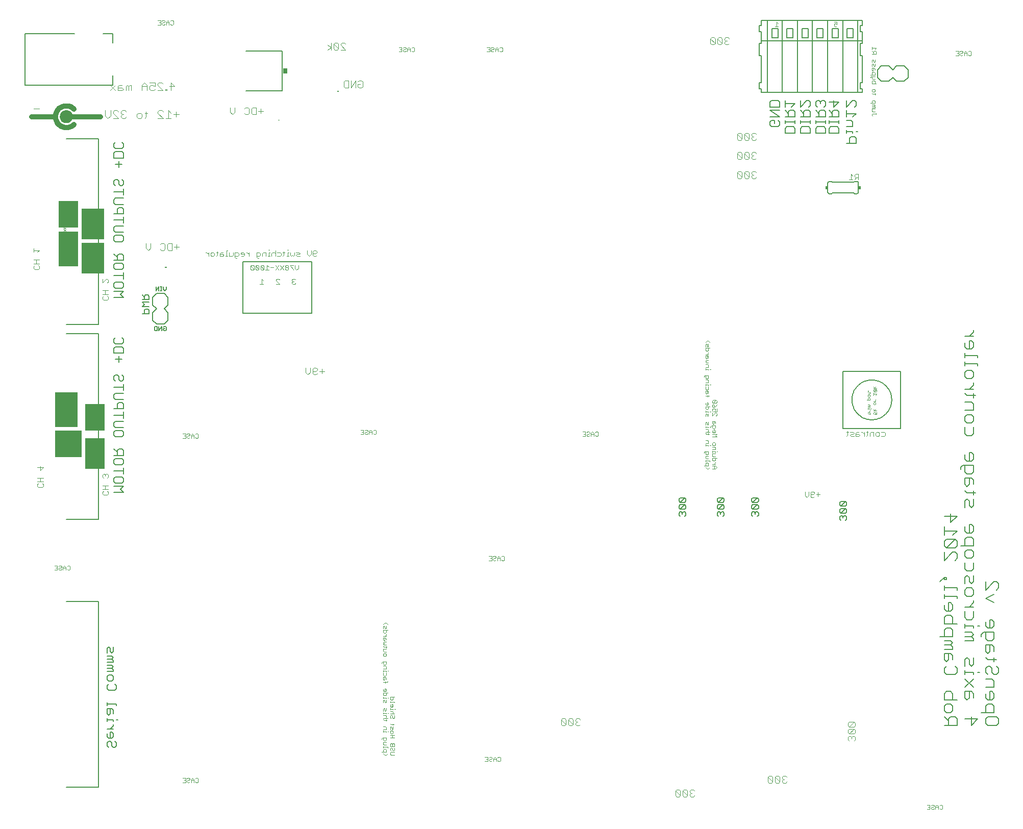
<source format=gbo>
G75*
%MOIN*%
%OFA0B0*%
%FSLAX24Y24*%
%IPPOS*%
%LPD*%
%AMOC8*
5,1,8,0,0,1.08239X$1,22.5*
%
%ADD10C,0.0050*%
%ADD11C,0.0030*%
%ADD12C,0.0070*%
%ADD13C,0.0320*%
%ADD14C,0.0040*%
%ADD15C,0.0060*%
%ADD16C,0.0020*%
%ADD17R,0.1500X0.2000*%
%ADD18R,0.1250X0.2250*%
%ADD19R,0.1250X0.1750*%
%ADD20R,0.1500X0.2250*%
%ADD21R,0.1750X0.1750*%
%ADD22R,0.1250X0.2000*%
%ADD23C,0.0080*%
%ADD24R,0.0150X0.0200*%
%ADD25R,0.0300X0.0340*%
%ADD26C,0.0000*%
D10*
X008028Y005938D02*
X008028Y006141D01*
X008130Y006243D01*
X008232Y006243D01*
X008333Y006141D01*
X008333Y005938D01*
X008435Y005836D01*
X008537Y005836D01*
X008639Y005938D01*
X008639Y006141D01*
X008537Y006243D01*
X008333Y006444D02*
X008435Y006546D01*
X008435Y006749D01*
X008333Y006851D01*
X008232Y006851D01*
X008232Y006444D01*
X008333Y006444D02*
X008130Y006444D01*
X008028Y006546D01*
X008028Y006749D01*
X008028Y007052D02*
X008435Y007052D01*
X008232Y007052D02*
X008435Y007255D01*
X008435Y007357D01*
X008435Y007558D02*
X008435Y007660D01*
X008028Y007660D01*
X008028Y007761D02*
X008028Y007558D01*
X008130Y007963D02*
X008232Y008065D01*
X008232Y008370D01*
X008333Y008370D02*
X008028Y008370D01*
X008028Y008065D01*
X008130Y007963D01*
X008435Y008065D02*
X008435Y008268D01*
X008333Y008370D01*
X008028Y008571D02*
X008028Y008774D01*
X008028Y008673D02*
X008639Y008673D01*
X008639Y008571D01*
X008639Y007660D02*
X008741Y007660D01*
X008537Y009584D02*
X008130Y009584D01*
X008028Y009685D01*
X008028Y009889D01*
X008130Y009991D01*
X008130Y010191D02*
X008028Y010293D01*
X008028Y010497D01*
X008130Y010598D01*
X008333Y010598D01*
X008435Y010497D01*
X008435Y010293D01*
X008333Y010191D01*
X008130Y010191D01*
X008537Y009991D02*
X008639Y009889D01*
X008639Y009685D01*
X008537Y009584D01*
X008435Y010799D02*
X008028Y010799D01*
X008028Y011003D02*
X008333Y011003D01*
X008435Y011104D01*
X008333Y011206D01*
X008028Y011206D01*
X008028Y011407D02*
X008435Y011407D01*
X008435Y011509D01*
X008333Y011610D01*
X008435Y011712D01*
X008333Y011814D01*
X008028Y011814D01*
X008028Y012015D02*
X008028Y012320D01*
X008130Y012422D01*
X008232Y012320D01*
X008232Y012116D01*
X008333Y012015D01*
X008435Y012116D01*
X008435Y012422D01*
X008333Y011610D02*
X008028Y011610D01*
X008333Y011003D02*
X008435Y010901D01*
X008435Y010799D01*
X008028Y005938D02*
X008130Y005836D01*
X008478Y022499D02*
X009089Y022499D01*
X008885Y022702D01*
X009089Y022906D01*
X008478Y022906D01*
X008580Y023106D02*
X008478Y023208D01*
X008478Y023412D01*
X008580Y023514D01*
X008987Y023514D01*
X009089Y023412D01*
X009089Y023208D01*
X008987Y023106D01*
X008580Y023106D01*
X009089Y023714D02*
X009089Y024121D01*
X009089Y023918D02*
X008478Y023918D01*
X008580Y024322D02*
X008478Y024424D01*
X008478Y024627D01*
X008580Y024729D01*
X008987Y024729D01*
X009089Y024627D01*
X009089Y024424D01*
X008987Y024322D01*
X008580Y024322D01*
X008682Y024930D02*
X008682Y025235D01*
X008783Y025337D01*
X008987Y025337D01*
X009089Y025235D01*
X009089Y024930D01*
X008478Y024930D01*
X008682Y025133D02*
X008478Y025337D01*
X008580Y026145D02*
X008478Y026247D01*
X008478Y026450D01*
X008580Y026552D01*
X008987Y026552D01*
X009089Y026450D01*
X009089Y026247D01*
X008987Y026145D01*
X008580Y026145D01*
X008580Y026753D02*
X008478Y026855D01*
X008478Y027058D01*
X008580Y027160D01*
X009089Y027160D01*
X009089Y027361D02*
X009089Y027768D01*
X009089Y027968D02*
X008478Y027968D01*
X008682Y027968D02*
X008682Y028274D01*
X008783Y028375D01*
X008987Y028375D01*
X009089Y028274D01*
X009089Y027968D01*
X009089Y027564D02*
X008478Y027564D01*
X008580Y026753D02*
X009089Y026753D01*
X009089Y028576D02*
X008580Y028576D01*
X008478Y028678D01*
X008478Y028881D01*
X008580Y028983D01*
X009089Y028983D01*
X009089Y029184D02*
X009089Y029591D01*
X009089Y029387D02*
X008478Y029387D01*
X008580Y029791D02*
X008478Y029893D01*
X008478Y030097D01*
X008580Y030198D01*
X008682Y030198D01*
X008783Y030097D01*
X008783Y029893D01*
X008885Y029791D01*
X008987Y029791D01*
X009089Y029893D01*
X009089Y030097D01*
X008987Y030198D01*
X008783Y031007D02*
X008783Y031414D01*
X008580Y031210D02*
X008987Y031210D01*
X009089Y031615D02*
X008478Y031615D01*
X008478Y031920D01*
X008580Y032022D01*
X008987Y032022D01*
X009089Y031920D01*
X009089Y031615D01*
X008987Y032222D02*
X008580Y032222D01*
X008478Y032324D01*
X008478Y032528D01*
X008580Y032629D01*
X008987Y032629D02*
X009089Y032528D01*
X009089Y032324D01*
X008987Y032222D01*
X011119Y033125D02*
X011119Y033305D01*
X011164Y033350D01*
X011299Y033350D01*
X011299Y033080D01*
X011164Y033080D01*
X011119Y033125D01*
X011413Y033080D02*
X011413Y033350D01*
X011594Y033350D02*
X011413Y033080D01*
X011594Y033080D02*
X011594Y033350D01*
X011708Y033305D02*
X011753Y033350D01*
X011843Y033350D01*
X011888Y033305D01*
X011888Y033125D01*
X011843Y033080D01*
X011753Y033080D01*
X011708Y033125D01*
X011708Y033215D01*
X011798Y033215D01*
X010769Y034179D02*
X010769Y034404D01*
X010694Y034479D01*
X010543Y034479D01*
X010468Y034404D01*
X010468Y034179D01*
X010318Y034179D02*
X010769Y034179D01*
X010769Y034639D02*
X010318Y034639D01*
X010468Y034789D01*
X010318Y034939D01*
X010769Y034939D01*
X010769Y035100D02*
X010769Y035325D01*
X010694Y035400D01*
X010543Y035400D01*
X010468Y035325D01*
X010468Y035100D01*
X010468Y035250D02*
X010318Y035400D01*
X010318Y035100D02*
X010769Y035100D01*
X011217Y035680D02*
X011217Y035950D01*
X011397Y035950D02*
X011217Y035680D01*
X011397Y035680D02*
X011397Y035950D01*
X011504Y035950D02*
X011594Y035950D01*
X011549Y035950D02*
X011549Y035680D01*
X011594Y035680D02*
X011504Y035680D01*
X011708Y035770D02*
X011708Y035950D01*
X011708Y035770D02*
X011798Y035680D01*
X011888Y035770D01*
X011888Y035950D01*
X009089Y035958D02*
X008987Y035856D01*
X008580Y035856D01*
X008478Y035958D01*
X008478Y036162D01*
X008580Y036264D01*
X008987Y036264D01*
X009089Y036162D01*
X009089Y035958D01*
X009089Y035656D02*
X008478Y035656D01*
X008478Y035249D02*
X009089Y035249D01*
X008885Y035452D01*
X009089Y035656D01*
X009089Y036464D02*
X009089Y036871D01*
X009089Y036668D02*
X008478Y036668D01*
X008580Y037072D02*
X008478Y037174D01*
X008478Y037377D01*
X008580Y037479D01*
X008987Y037479D01*
X009089Y037377D01*
X009089Y037174D01*
X008987Y037072D01*
X008580Y037072D01*
X008682Y037680D02*
X008682Y037985D01*
X008783Y038087D01*
X008987Y038087D01*
X009089Y037985D01*
X009089Y037680D01*
X008478Y037680D01*
X008682Y037883D02*
X008478Y038087D01*
X008580Y038895D02*
X008478Y038997D01*
X008478Y039200D01*
X008580Y039302D01*
X008987Y039302D01*
X009089Y039200D01*
X009089Y038997D01*
X008987Y038895D01*
X008580Y038895D01*
X008580Y039503D02*
X008478Y039605D01*
X008478Y039808D01*
X008580Y039910D01*
X009089Y039910D01*
X009089Y040111D02*
X009089Y040518D01*
X009089Y040718D02*
X009089Y041024D01*
X008987Y041125D01*
X008783Y041125D01*
X008682Y041024D01*
X008682Y040718D01*
X008478Y040718D02*
X009089Y040718D01*
X009089Y040314D02*
X008478Y040314D01*
X008580Y039503D02*
X009089Y039503D01*
X009089Y041326D02*
X008580Y041326D01*
X008478Y041428D01*
X008478Y041631D01*
X008580Y041733D01*
X009089Y041733D01*
X009089Y041934D02*
X009089Y042341D01*
X009089Y042137D02*
X008478Y042137D01*
X008580Y042541D02*
X008478Y042643D01*
X008478Y042847D01*
X008580Y042948D01*
X008682Y042948D01*
X008783Y042847D01*
X008783Y042643D01*
X008885Y042541D01*
X008987Y042541D01*
X009089Y042643D01*
X009089Y042847D01*
X008987Y042948D01*
X008783Y043757D02*
X008783Y044164D01*
X008580Y043960D02*
X008987Y043960D01*
X009089Y044365D02*
X008478Y044365D01*
X008478Y044670D01*
X008580Y044772D01*
X008987Y044772D01*
X009089Y044670D01*
X009089Y044365D01*
X008987Y044972D02*
X008580Y044972D01*
X008478Y045074D01*
X008478Y045278D01*
X008580Y045379D01*
X008987Y045379D02*
X009089Y045278D01*
X009089Y045074D01*
X008987Y044972D01*
X016913Y037580D02*
X016913Y034230D01*
X021413Y034230D01*
X021413Y037580D01*
X016913Y037580D01*
X045388Y022086D02*
X045388Y021936D01*
X045463Y021861D01*
X045764Y022161D01*
X045463Y022161D01*
X045388Y022086D01*
X045463Y021861D02*
X045764Y021861D01*
X045839Y021936D01*
X045839Y022086D01*
X045764Y022161D01*
X045764Y021701D02*
X045463Y021400D01*
X045388Y021475D01*
X045388Y021626D01*
X045463Y021701D01*
X045764Y021701D01*
X045839Y021626D01*
X045839Y021475D01*
X045764Y021400D01*
X045463Y021400D01*
X045463Y021240D02*
X045388Y021165D01*
X045388Y021015D01*
X045463Y020940D01*
X045613Y021090D02*
X045613Y021165D01*
X045538Y021240D01*
X045463Y021240D01*
X045613Y021165D02*
X045688Y021240D01*
X045764Y021240D01*
X045839Y021165D01*
X045839Y021015D01*
X045764Y020940D01*
X047888Y021015D02*
X047963Y020940D01*
X047888Y021015D02*
X047888Y021165D01*
X047963Y021240D01*
X048038Y021240D01*
X048113Y021165D01*
X048113Y021090D01*
X048113Y021165D02*
X048188Y021240D01*
X048264Y021240D01*
X048339Y021165D01*
X048339Y021015D01*
X048264Y020940D01*
X048264Y021400D02*
X047963Y021400D01*
X048264Y021701D01*
X047963Y021701D01*
X047888Y021626D01*
X047888Y021475D01*
X047963Y021400D01*
X048264Y021400D02*
X048339Y021475D01*
X048339Y021626D01*
X048264Y021701D01*
X048264Y021861D02*
X047963Y021861D01*
X048264Y022161D01*
X047963Y022161D01*
X047888Y022086D01*
X047888Y021936D01*
X047963Y021861D01*
X048264Y021861D02*
X048339Y021936D01*
X048339Y022086D01*
X048264Y022161D01*
X050138Y022086D02*
X050138Y021936D01*
X050213Y021861D01*
X050514Y022161D01*
X050213Y022161D01*
X050138Y022086D01*
X050213Y021861D02*
X050514Y021861D01*
X050589Y021936D01*
X050589Y022086D01*
X050514Y022161D01*
X050514Y021701D02*
X050213Y021400D01*
X050138Y021475D01*
X050138Y021626D01*
X050213Y021701D01*
X050514Y021701D01*
X050589Y021626D01*
X050589Y021475D01*
X050514Y021400D01*
X050213Y021400D01*
X050213Y021240D02*
X050138Y021165D01*
X050138Y021015D01*
X050213Y020940D01*
X050363Y021090D02*
X050363Y021165D01*
X050288Y021240D01*
X050213Y021240D01*
X050363Y021165D02*
X050438Y021240D01*
X050514Y021240D01*
X050589Y021165D01*
X050589Y021015D01*
X050514Y020940D01*
X055888Y020915D02*
X055888Y020765D01*
X055963Y020690D01*
X056113Y020840D02*
X056113Y020915D01*
X056038Y020990D01*
X055963Y020990D01*
X055888Y020915D01*
X056113Y020915D02*
X056188Y020990D01*
X056264Y020990D01*
X056339Y020915D01*
X056339Y020765D01*
X056264Y020690D01*
X056264Y021150D02*
X055963Y021150D01*
X056264Y021451D01*
X055963Y021451D01*
X055888Y021376D01*
X055888Y021225D01*
X055963Y021150D01*
X056264Y021150D02*
X056339Y021225D01*
X056339Y021376D01*
X056264Y021451D01*
X056264Y021611D02*
X056339Y021686D01*
X056339Y021836D01*
X056264Y021911D01*
X055963Y021611D01*
X055888Y021686D01*
X055888Y021836D01*
X055963Y021911D01*
X056264Y021911D01*
X056264Y021611D02*
X055963Y021611D01*
X056113Y026680D02*
X056113Y030430D01*
X059863Y030430D01*
X059863Y026680D01*
X056113Y026680D01*
X056688Y028555D02*
X056690Y028627D01*
X056696Y028698D01*
X056706Y028769D01*
X056719Y028839D01*
X056737Y028909D01*
X056758Y028977D01*
X056784Y029044D01*
X056812Y029110D01*
X056845Y029174D01*
X056881Y029236D01*
X056920Y029296D01*
X056962Y029353D01*
X057008Y029409D01*
X057056Y029461D01*
X057108Y029511D01*
X057162Y029558D01*
X057218Y029602D01*
X057277Y029643D01*
X057338Y029681D01*
X057401Y029715D01*
X057466Y029746D01*
X057532Y029772D01*
X057600Y029796D01*
X057669Y029815D01*
X057739Y029831D01*
X057809Y029843D01*
X057881Y029851D01*
X057952Y029855D01*
X058024Y029855D01*
X058095Y029851D01*
X058167Y029843D01*
X058237Y029831D01*
X058307Y029815D01*
X058376Y029796D01*
X058444Y029772D01*
X058510Y029746D01*
X058575Y029715D01*
X058638Y029681D01*
X058699Y029643D01*
X058758Y029602D01*
X058814Y029558D01*
X058868Y029511D01*
X058920Y029461D01*
X058968Y029409D01*
X059014Y029353D01*
X059056Y029296D01*
X059095Y029236D01*
X059131Y029174D01*
X059164Y029110D01*
X059192Y029044D01*
X059218Y028977D01*
X059239Y028909D01*
X059257Y028839D01*
X059270Y028769D01*
X059280Y028698D01*
X059286Y028627D01*
X059288Y028555D01*
X059286Y028483D01*
X059280Y028412D01*
X059270Y028341D01*
X059257Y028271D01*
X059239Y028201D01*
X059218Y028133D01*
X059192Y028066D01*
X059164Y028000D01*
X059131Y027936D01*
X059095Y027874D01*
X059056Y027814D01*
X059014Y027757D01*
X058968Y027701D01*
X058920Y027649D01*
X058868Y027599D01*
X058814Y027552D01*
X058758Y027508D01*
X058699Y027467D01*
X058638Y027429D01*
X058575Y027395D01*
X058510Y027364D01*
X058444Y027338D01*
X058376Y027314D01*
X058307Y027295D01*
X058237Y027279D01*
X058167Y027267D01*
X058095Y027259D01*
X058024Y027255D01*
X057952Y027255D01*
X057881Y027259D01*
X057809Y027267D01*
X057739Y027279D01*
X057669Y027295D01*
X057600Y027314D01*
X057532Y027338D01*
X057466Y027364D01*
X057401Y027395D01*
X057338Y027429D01*
X057277Y027467D01*
X057218Y027508D01*
X057162Y027552D01*
X057108Y027599D01*
X057056Y027649D01*
X057008Y027701D01*
X056962Y027757D01*
X056920Y027814D01*
X056881Y027874D01*
X056845Y027936D01*
X056812Y028000D01*
X056784Y028066D01*
X056758Y028133D01*
X056737Y028201D01*
X056719Y028271D01*
X056706Y028341D01*
X056696Y028412D01*
X056690Y028483D01*
X056688Y028555D01*
D11*
X056392Y026504D02*
X056392Y026257D01*
X056331Y026195D01*
X056331Y026442D02*
X056454Y026442D01*
X056576Y026442D02*
X056761Y026442D01*
X056823Y026380D01*
X056761Y026318D01*
X056637Y026318D01*
X056576Y026257D01*
X056637Y026195D01*
X056823Y026195D01*
X056944Y026195D02*
X057129Y026195D01*
X057191Y026257D01*
X057129Y026318D01*
X056944Y026318D01*
X056944Y026380D02*
X056944Y026195D01*
X056944Y026380D02*
X057006Y026442D01*
X057129Y026442D01*
X057313Y026442D02*
X057374Y026442D01*
X057498Y026318D01*
X057498Y026195D02*
X057498Y026442D01*
X057620Y026442D02*
X057743Y026442D01*
X057682Y026504D02*
X057682Y026257D01*
X057620Y026195D01*
X057865Y026195D02*
X057865Y026380D01*
X057926Y026442D01*
X058112Y026442D01*
X058112Y026195D01*
X058233Y026257D02*
X058233Y026380D01*
X058295Y026442D01*
X058418Y026442D01*
X058480Y026380D01*
X058480Y026257D01*
X058418Y026195D01*
X058295Y026195D01*
X058233Y026257D01*
X058601Y026195D02*
X058787Y026195D01*
X058848Y026257D01*
X058848Y026380D01*
X058787Y026442D01*
X058601Y026442D01*
X054598Y022380D02*
X054351Y022380D01*
X054230Y022442D02*
X054168Y022380D01*
X053983Y022380D01*
X053983Y022257D02*
X053983Y022504D01*
X054045Y022565D01*
X054168Y022565D01*
X054230Y022504D01*
X054230Y022442D01*
X054230Y022257D02*
X054168Y022195D01*
X054045Y022195D01*
X053983Y022257D01*
X053862Y022318D02*
X053738Y022195D01*
X053615Y022318D01*
X053615Y022565D01*
X053862Y022565D02*
X053862Y022318D01*
X054475Y022257D02*
X054475Y022504D01*
X021723Y038007D02*
X021662Y037945D01*
X021538Y037945D01*
X021476Y038007D01*
X021476Y038254D01*
X021538Y038315D01*
X021662Y038315D01*
X021723Y038254D01*
X021723Y038192D01*
X021662Y038130D01*
X021476Y038130D01*
X021355Y038068D02*
X021231Y037945D01*
X021108Y038068D01*
X021108Y038315D01*
X021355Y038315D02*
X021355Y038068D01*
X020618Y038130D02*
X020557Y038192D01*
X020371Y038192D01*
X020250Y038192D02*
X020250Y038007D01*
X020188Y037945D01*
X020127Y038007D01*
X020065Y037945D01*
X020003Y038007D01*
X020003Y038192D01*
X019882Y038192D02*
X019820Y038192D01*
X019820Y037945D01*
X019882Y037945D02*
X019758Y037945D01*
X019574Y038007D02*
X019513Y037945D01*
X019574Y038007D02*
X019574Y038254D01*
X019513Y038192D02*
X019636Y038192D01*
X019820Y038315D02*
X019820Y038377D01*
X019391Y038130D02*
X019329Y038192D01*
X019144Y038192D01*
X019022Y038130D02*
X018961Y038192D01*
X018837Y038192D01*
X018775Y038130D01*
X018775Y037945D01*
X018654Y037945D02*
X018531Y037945D01*
X018592Y037945D02*
X018592Y038192D01*
X018654Y038192D01*
X018592Y038315D02*
X018592Y038377D01*
X018408Y038192D02*
X018408Y037945D01*
X018162Y037945D02*
X018162Y038130D01*
X018223Y038192D01*
X018408Y038192D01*
X018040Y038130D02*
X017978Y038192D01*
X017793Y038192D01*
X017793Y037883D01*
X017855Y037822D01*
X017917Y037822D01*
X017978Y037945D02*
X017793Y037945D01*
X017978Y037945D02*
X018040Y038007D01*
X018040Y038130D01*
X017303Y038068D02*
X017180Y038192D01*
X017118Y038192D01*
X016997Y038130D02*
X016935Y038192D01*
X016811Y038192D01*
X016750Y038130D01*
X016750Y038068D01*
X016997Y038068D01*
X016997Y038007D02*
X016997Y038130D01*
X016997Y038007D02*
X016935Y037945D01*
X016811Y037945D01*
X016628Y038007D02*
X016566Y037945D01*
X016381Y037945D01*
X016381Y037883D02*
X016381Y038192D01*
X016566Y038192D01*
X016628Y038130D01*
X016628Y038007D01*
X016505Y037822D02*
X016443Y037822D01*
X016381Y037883D01*
X016260Y038007D02*
X016198Y037945D01*
X016013Y037945D01*
X016013Y038192D01*
X015892Y038315D02*
X015830Y038315D01*
X015830Y037945D01*
X015892Y037945D02*
X015768Y037945D01*
X015646Y038007D02*
X015584Y038068D01*
X015399Y038068D01*
X015399Y038130D02*
X015399Y037945D01*
X015584Y037945D01*
X015646Y038007D01*
X015584Y038192D02*
X015461Y038192D01*
X015399Y038130D01*
X015278Y038192D02*
X015154Y038192D01*
X015216Y038254D02*
X015216Y038007D01*
X015154Y037945D01*
X015032Y038007D02*
X014970Y037945D01*
X014847Y037945D01*
X014785Y038007D01*
X014785Y038130D01*
X014847Y038192D01*
X014970Y038192D01*
X015032Y038130D01*
X015032Y038007D01*
X014664Y038068D02*
X014540Y038192D01*
X014479Y038192D01*
X014664Y038192D02*
X014664Y037945D01*
X016260Y038007D02*
X016260Y038192D01*
X017303Y038192D02*
X017303Y037945D01*
X017460Y037365D02*
X017407Y037312D01*
X017621Y037098D01*
X017567Y037045D01*
X017460Y037045D01*
X017407Y037098D01*
X017407Y037312D01*
X017460Y037365D02*
X017567Y037365D01*
X017621Y037312D01*
X017621Y037098D01*
X017729Y037098D02*
X017783Y037045D01*
X017889Y037045D01*
X017943Y037098D01*
X017729Y037312D01*
X017729Y037098D01*
X017943Y037098D02*
X017943Y037312D01*
X017889Y037365D01*
X017783Y037365D01*
X017729Y037312D01*
X018052Y037312D02*
X018265Y037098D01*
X018212Y037045D01*
X018105Y037045D01*
X018052Y037098D01*
X018052Y037312D01*
X018105Y037365D01*
X018212Y037365D01*
X018265Y037312D01*
X018265Y037098D01*
X018374Y037045D02*
X018587Y037045D01*
X018481Y037045D02*
X018481Y037365D01*
X018587Y037259D01*
X018696Y037205D02*
X018910Y037205D01*
X019018Y037045D02*
X019232Y037365D01*
X019341Y037365D02*
X019554Y037045D01*
X019663Y037098D02*
X019716Y037045D01*
X019823Y037045D01*
X019876Y037098D01*
X019876Y037152D01*
X019823Y037205D01*
X019716Y037205D01*
X019663Y037152D01*
X019663Y037098D01*
X019716Y037205D02*
X019663Y037259D01*
X019663Y037312D01*
X019716Y037365D01*
X019823Y037365D01*
X019876Y037312D01*
X019876Y037259D01*
X019823Y037205D01*
X019985Y037312D02*
X020199Y037098D01*
X020199Y037045D01*
X020307Y037152D02*
X020414Y037045D01*
X020521Y037152D01*
X020521Y037365D01*
X020307Y037365D02*
X020307Y037152D01*
X020199Y037365D02*
X019985Y037365D01*
X019985Y037312D01*
X019554Y037365D02*
X019341Y037045D01*
X019232Y037045D02*
X019018Y037365D01*
X019022Y037945D02*
X019022Y038315D01*
X019144Y037945D02*
X019329Y037945D01*
X019391Y038007D01*
X019391Y038130D01*
X020371Y038007D02*
X020433Y038068D01*
X020557Y038068D01*
X020618Y038130D01*
X020618Y037945D02*
X020433Y037945D01*
X020371Y038007D01*
X020286Y036465D02*
X020171Y036465D01*
X020113Y036408D01*
X020113Y036350D01*
X020171Y036293D01*
X020113Y036235D01*
X020113Y036178D01*
X020171Y036120D01*
X020286Y036120D01*
X020344Y036178D01*
X020228Y036293D02*
X020171Y036293D01*
X020286Y036465D02*
X020344Y036408D01*
X019294Y036408D02*
X019236Y036465D01*
X019121Y036465D01*
X019063Y036408D01*
X019063Y036350D01*
X019294Y036120D01*
X019063Y036120D01*
X018244Y036120D02*
X018013Y036120D01*
X018128Y036120D02*
X018128Y036465D01*
X018244Y036350D01*
X008099Y036387D02*
X008099Y036263D01*
X008037Y036202D01*
X008099Y036387D02*
X008037Y036449D01*
X007975Y036449D01*
X007728Y036202D01*
X007728Y036449D01*
X007728Y035712D02*
X008099Y035712D01*
X007913Y035712D02*
X007913Y035465D01*
X007790Y035344D02*
X007728Y035282D01*
X007728Y035158D01*
X007790Y035097D01*
X008037Y035097D01*
X008099Y035158D01*
X008099Y035282D01*
X008037Y035344D01*
X008099Y035465D02*
X007728Y035465D01*
X003599Y037158D02*
X003537Y037097D01*
X003290Y037097D01*
X003228Y037158D01*
X003228Y037282D01*
X003290Y037344D01*
X003228Y037465D02*
X003599Y037465D01*
X003537Y037344D02*
X003599Y037282D01*
X003599Y037158D01*
X003413Y037465D02*
X003413Y037712D01*
X003228Y037712D02*
X003599Y037712D01*
X003475Y038202D02*
X003599Y038325D01*
X003228Y038325D01*
X003228Y038202D02*
X003228Y038449D01*
X003663Y024199D02*
X003663Y023952D01*
X003849Y024137D01*
X003478Y024137D01*
X003478Y023462D02*
X003849Y023462D01*
X003663Y023462D02*
X003663Y023215D01*
X003540Y023094D02*
X003478Y023032D01*
X003478Y022908D01*
X003540Y022847D01*
X003787Y022847D01*
X003849Y022908D01*
X003849Y023032D01*
X003787Y023094D01*
X003849Y023215D02*
X003478Y023215D01*
X007728Y022962D02*
X008099Y022962D01*
X007913Y022962D02*
X007913Y022715D01*
X007790Y022594D02*
X007728Y022532D01*
X007728Y022408D01*
X007790Y022347D01*
X008037Y022347D01*
X008099Y022408D01*
X008099Y022532D01*
X008037Y022594D01*
X008099Y022715D02*
X007728Y022715D01*
X007790Y023452D02*
X007728Y023513D01*
X007728Y023637D01*
X007790Y023699D01*
X007852Y023699D01*
X007913Y023637D01*
X007913Y023575D01*
X007913Y023637D02*
X007975Y023699D01*
X008037Y023699D01*
X008099Y023637D01*
X008099Y023513D01*
X008037Y023452D01*
X051680Y052947D02*
X051873Y052947D01*
X051776Y052947D02*
X051776Y053237D01*
X051873Y053140D01*
X055518Y053092D02*
X055518Y052995D01*
X055567Y052947D01*
X055663Y052947D01*
X055712Y052995D01*
X055712Y053092D02*
X055615Y053140D01*
X055567Y053140D01*
X055518Y053092D01*
X055518Y053237D02*
X055712Y053237D01*
X055712Y053092D01*
D12*
X064627Y033119D02*
X064627Y032981D01*
X064350Y032704D01*
X064350Y032429D02*
X064350Y031875D01*
X064212Y031875D02*
X064489Y031875D01*
X064627Y032013D01*
X064627Y032290D01*
X064489Y032429D01*
X064350Y032429D01*
X064073Y032290D02*
X064073Y032013D01*
X064212Y031875D01*
X064073Y031599D02*
X064073Y031323D01*
X064073Y031461D02*
X064904Y031461D01*
X064904Y031323D01*
X064904Y030909D02*
X064073Y030909D01*
X064073Y031047D02*
X064073Y030770D01*
X064212Y030495D02*
X064489Y030495D01*
X064627Y030357D01*
X064627Y030080D01*
X064489Y029941D01*
X064212Y029941D01*
X064073Y030080D01*
X064073Y030357D01*
X064212Y030495D01*
X064904Y030770D02*
X064904Y030909D01*
X064627Y029666D02*
X064627Y029528D01*
X064350Y029251D01*
X064073Y029251D02*
X064627Y029251D01*
X064627Y028975D02*
X064627Y028698D01*
X064765Y028837D02*
X064212Y028837D01*
X064073Y028975D01*
X064073Y028423D02*
X064489Y028423D01*
X064627Y028285D01*
X064627Y027870D01*
X064073Y027870D01*
X064212Y027595D02*
X064489Y027595D01*
X064627Y027456D01*
X064627Y027179D01*
X064489Y027041D01*
X064212Y027041D01*
X064073Y027179D01*
X064073Y027456D01*
X064212Y027595D01*
X064073Y026766D02*
X064073Y026351D01*
X064212Y026212D01*
X064489Y026212D01*
X064627Y026351D01*
X064627Y026766D01*
X064489Y025109D02*
X064350Y025109D01*
X064350Y024555D01*
X064212Y024555D02*
X064489Y024555D01*
X064627Y024693D01*
X064627Y024970D01*
X064489Y025109D01*
X064073Y024970D02*
X064073Y024693D01*
X064212Y024555D01*
X064073Y024280D02*
X064073Y023864D01*
X064212Y023726D01*
X064489Y023726D01*
X064627Y023864D01*
X064627Y024280D01*
X063935Y024280D01*
X063796Y024141D01*
X063796Y024003D01*
X064073Y023451D02*
X064073Y023036D01*
X064212Y022897D01*
X064350Y023036D01*
X064350Y023451D01*
X064489Y023451D02*
X064073Y023451D01*
X064489Y023451D02*
X064627Y023313D01*
X064627Y023036D01*
X064627Y022622D02*
X064627Y022345D01*
X064765Y022483D02*
X064212Y022483D01*
X064073Y022622D01*
X064212Y022070D02*
X064350Y021932D01*
X064350Y021655D01*
X064489Y021516D01*
X064627Y021655D01*
X064627Y022070D01*
X064212Y022070D02*
X064073Y021932D01*
X064073Y021516D01*
X063554Y020965D02*
X063139Y020549D01*
X063139Y021103D01*
X063554Y020965D02*
X062723Y020965D01*
X062723Y020274D02*
X062723Y019721D01*
X062723Y019998D02*
X063554Y019998D01*
X063277Y019721D01*
X063415Y019446D02*
X062862Y019446D01*
X062723Y019307D01*
X062723Y019030D01*
X062862Y018892D01*
X063415Y019446D01*
X063554Y019307D01*
X063554Y019030D01*
X063415Y018892D01*
X062862Y018892D01*
X062723Y018617D02*
X062723Y018063D01*
X063277Y018617D01*
X063415Y018617D01*
X063554Y018479D01*
X063554Y018202D01*
X063415Y018063D01*
X064073Y017926D02*
X064073Y017511D01*
X064212Y017373D01*
X064489Y017373D01*
X064627Y017511D01*
X064627Y017926D01*
X064489Y018201D02*
X064212Y018201D01*
X064073Y018340D01*
X064073Y018617D01*
X064212Y018755D01*
X064489Y018755D01*
X064627Y018617D01*
X064627Y018340D01*
X064489Y018201D01*
X064627Y019030D02*
X063796Y019030D01*
X064073Y019030D02*
X064073Y019445D01*
X064212Y019584D01*
X064489Y019584D01*
X064627Y019445D01*
X064627Y019030D01*
X064489Y019859D02*
X064212Y019859D01*
X064073Y019997D01*
X064073Y020274D01*
X064350Y020413D02*
X064350Y019859D01*
X064489Y019859D02*
X064627Y019997D01*
X064627Y020274D01*
X064489Y020413D01*
X064350Y020413D01*
X064212Y017098D02*
X064350Y016959D01*
X064350Y016682D01*
X064489Y016544D01*
X064627Y016682D01*
X064627Y017098D01*
X064212Y017098D02*
X064073Y016959D01*
X064073Y016544D01*
X064212Y016269D02*
X064489Y016269D01*
X064627Y016131D01*
X064627Y015854D01*
X064489Y015715D01*
X064212Y015715D01*
X064073Y015854D01*
X064073Y016131D01*
X064212Y016269D01*
X063554Y016268D02*
X062723Y016268D01*
X062723Y016130D02*
X062723Y016406D01*
X062446Y016682D02*
X062723Y016959D01*
X062723Y016820D01*
X062862Y016820D01*
X062862Y016959D01*
X062723Y016959D01*
X063554Y016268D02*
X063554Y016130D01*
X063554Y015716D02*
X062723Y015716D01*
X062723Y015854D02*
X062723Y015577D01*
X063000Y015302D02*
X063000Y014748D01*
X062862Y014748D02*
X063139Y014748D01*
X063277Y014887D01*
X063277Y015164D01*
X063139Y015302D01*
X063000Y015302D01*
X062723Y015164D02*
X062723Y014887D01*
X062862Y014748D01*
X062862Y014473D02*
X063139Y014473D01*
X063277Y014335D01*
X063277Y013920D01*
X063554Y013920D02*
X062723Y013920D01*
X062723Y014335D01*
X062862Y014473D01*
X062862Y013645D02*
X062723Y013506D01*
X062723Y013091D01*
X062723Y012816D02*
X063139Y012816D01*
X063277Y012678D01*
X063139Y012539D01*
X062723Y012539D01*
X062723Y012262D02*
X063277Y012262D01*
X063277Y012401D01*
X063139Y012539D01*
X063139Y011987D02*
X062723Y011987D01*
X062723Y011572D01*
X062862Y011434D01*
X063000Y011572D01*
X063000Y011987D01*
X063139Y011987D02*
X063277Y011849D01*
X063277Y011572D01*
X063415Y011159D02*
X063554Y011020D01*
X063554Y010743D01*
X063415Y010605D01*
X062862Y010605D01*
X062723Y010743D01*
X062723Y011020D01*
X062862Y011159D01*
X064073Y011157D02*
X064073Y011573D01*
X064212Y011711D01*
X064350Y011573D01*
X064350Y011296D01*
X064489Y011157D01*
X064627Y011296D01*
X064627Y011711D01*
X065423Y011710D02*
X065562Y011572D01*
X066115Y011572D01*
X065977Y011434D02*
X065977Y011710D01*
X065977Y012124D02*
X065977Y012401D01*
X065839Y012540D01*
X065423Y012540D01*
X065423Y012124D01*
X065562Y011986D01*
X065700Y012124D01*
X065700Y012540D01*
X065562Y012815D02*
X065423Y012953D01*
X065423Y013369D01*
X065285Y013369D02*
X065977Y013369D01*
X065977Y012953D01*
X065839Y012815D01*
X065562Y012815D01*
X065146Y013092D02*
X065146Y013230D01*
X065285Y013369D01*
X065562Y013643D02*
X065839Y013643D01*
X065977Y013782D01*
X065977Y014059D01*
X065839Y014197D01*
X065700Y014197D01*
X065700Y013643D01*
X065562Y013643D02*
X065423Y013782D01*
X065423Y014059D01*
X065042Y013782D02*
X064904Y013782D01*
X064627Y013782D02*
X064073Y013782D01*
X064073Y013920D02*
X064073Y013643D01*
X064073Y013369D02*
X064489Y013369D01*
X064627Y013230D01*
X064489Y013092D01*
X064073Y013092D01*
X064073Y012815D02*
X064627Y012815D01*
X064627Y012953D01*
X064489Y013092D01*
X064627Y013643D02*
X064627Y013782D01*
X064489Y014196D02*
X064212Y014196D01*
X064073Y014334D01*
X064073Y014750D01*
X064073Y015025D02*
X064627Y015025D01*
X064627Y014750D02*
X064627Y014334D01*
X064489Y014196D01*
X064350Y015025D02*
X064627Y015302D01*
X064627Y015440D01*
X065423Y015578D02*
X065977Y015855D01*
X066115Y016130D02*
X066254Y016268D01*
X066254Y016545D01*
X066115Y016683D01*
X065977Y016683D01*
X065423Y016130D01*
X065423Y016683D01*
X065423Y015578D02*
X065977Y015301D01*
X063554Y015577D02*
X063554Y015716D01*
X063139Y013645D02*
X062862Y013645D01*
X063139Y013645D02*
X063277Y013506D01*
X063277Y013091D01*
X062446Y013091D01*
X065423Y011020D02*
X065423Y010743D01*
X065562Y010605D01*
X065423Y010330D02*
X065839Y010330D01*
X065977Y010191D01*
X065977Y009776D01*
X065423Y009776D01*
X065700Y009501D02*
X065700Y008947D01*
X065562Y008947D02*
X065839Y008947D01*
X065977Y009086D01*
X065977Y009363D01*
X065839Y009501D01*
X065700Y009501D01*
X065423Y009363D02*
X065423Y009086D01*
X065562Y008947D01*
X065562Y008673D02*
X065423Y008534D01*
X065423Y008119D01*
X065146Y008119D02*
X065977Y008119D01*
X065977Y008534D01*
X065839Y008673D01*
X065562Y008673D01*
X065562Y007844D02*
X066115Y007844D01*
X066254Y007705D01*
X066254Y007428D01*
X066115Y007290D01*
X065562Y007290D01*
X065423Y007428D01*
X065423Y007705D01*
X065562Y007844D01*
X064904Y007705D02*
X064489Y007290D01*
X064489Y007844D01*
X064904Y007705D02*
X064073Y007705D01*
X063554Y007705D02*
X063554Y007290D01*
X062723Y007290D01*
X063000Y007290D02*
X063000Y007705D01*
X063139Y007844D01*
X063415Y007844D01*
X063554Y007705D01*
X063000Y007567D02*
X062723Y007844D01*
X062862Y008119D02*
X062723Y008257D01*
X062723Y008534D01*
X062862Y008673D01*
X063139Y008673D01*
X063277Y008534D01*
X063277Y008257D01*
X063139Y008119D01*
X062862Y008119D01*
X062723Y008947D02*
X062723Y009363D01*
X062862Y009501D01*
X063139Y009501D01*
X063277Y009363D01*
X063277Y008947D01*
X063554Y008947D02*
X062723Y008947D01*
X064073Y009086D02*
X064212Y008947D01*
X064350Y009086D01*
X064350Y009501D01*
X064489Y009501D02*
X064073Y009501D01*
X064073Y009086D01*
X064627Y009086D02*
X064627Y009363D01*
X064489Y009501D01*
X064627Y009776D02*
X064073Y010330D01*
X064073Y010605D02*
X064073Y010882D01*
X064073Y010743D02*
X064627Y010743D01*
X064627Y010605D01*
X064627Y010330D02*
X064073Y009776D01*
X064904Y010743D02*
X065042Y010743D01*
X065423Y011020D02*
X065562Y011159D01*
X065700Y011159D01*
X065839Y011020D01*
X065839Y010743D01*
X065977Y010605D01*
X066115Y010605D01*
X066254Y010743D01*
X066254Y011020D01*
X066115Y011159D01*
X064627Y032704D02*
X064073Y032704D01*
D13*
X007613Y047055D02*
X005363Y047055D01*
X005863Y047555D02*
X005825Y047590D01*
X005784Y047623D01*
X005741Y047652D01*
X005696Y047679D01*
X005650Y047701D01*
X005601Y047721D01*
X005552Y047736D01*
X005501Y047748D01*
X005450Y047757D01*
X005398Y047761D01*
X005346Y047762D01*
X005294Y047759D01*
X005242Y047752D01*
X005191Y047741D01*
X005141Y047726D01*
X005092Y047708D01*
X005045Y047687D01*
X005000Y047661D01*
X004956Y047633D01*
X004914Y047602D01*
X004875Y047567D01*
X004839Y047530D01*
X004806Y047490D01*
X004775Y047448D01*
X004748Y047403D01*
X004724Y047357D01*
X004703Y047309D01*
X004686Y047260D01*
X004673Y047210D01*
X004664Y047159D01*
X004658Y047107D01*
X004656Y047055D01*
X004658Y047003D01*
X004664Y046951D01*
X004673Y046900D01*
X004686Y046850D01*
X004703Y046801D01*
X004724Y046753D01*
X004748Y046707D01*
X004775Y046662D01*
X004806Y046620D01*
X004839Y046580D01*
X004875Y046543D01*
X004914Y046508D01*
X004956Y046477D01*
X005000Y046449D01*
X005045Y046423D01*
X005092Y046402D01*
X005141Y046384D01*
X005191Y046369D01*
X005242Y046358D01*
X005294Y046351D01*
X005346Y046348D01*
X005398Y046349D01*
X005450Y046353D01*
X005501Y046362D01*
X005552Y046374D01*
X005601Y046389D01*
X005650Y046409D01*
X005696Y046431D01*
X005741Y046458D01*
X005784Y046487D01*
X005825Y046520D01*
X005863Y046555D01*
X005113Y047055D02*
X005115Y047086D01*
X005121Y047117D01*
X005131Y047147D01*
X005144Y047175D01*
X005161Y047202D01*
X005181Y047226D01*
X005204Y047248D01*
X005229Y047266D01*
X005257Y047281D01*
X005286Y047293D01*
X005316Y047301D01*
X005347Y047305D01*
X005379Y047305D01*
X005410Y047301D01*
X005440Y047293D01*
X005469Y047281D01*
X005497Y047266D01*
X005522Y047248D01*
X005545Y047226D01*
X005565Y047202D01*
X005582Y047175D01*
X005595Y047147D01*
X005605Y047117D01*
X005611Y047086D01*
X005613Y047055D01*
X005611Y047024D01*
X005605Y046993D01*
X005595Y046963D01*
X005582Y046935D01*
X005565Y046908D01*
X005545Y046884D01*
X005522Y046862D01*
X005497Y046844D01*
X005469Y046829D01*
X005440Y046817D01*
X005410Y046809D01*
X005379Y046805D01*
X005347Y046805D01*
X005316Y046809D01*
X005286Y046817D01*
X005257Y046829D01*
X005229Y046844D01*
X005204Y046862D01*
X005181Y046884D01*
X005161Y046908D01*
X005144Y046935D01*
X005131Y046963D01*
X005121Y046993D01*
X005115Y047024D01*
X005113Y047055D01*
X004613Y047055D02*
X003113Y047055D01*
D14*
X003246Y047585D02*
X003593Y047585D01*
X007902Y047470D02*
X007902Y047123D01*
X008076Y046950D01*
X008249Y047123D01*
X008249Y047470D01*
X008418Y047384D02*
X008505Y047470D01*
X008678Y047470D01*
X008765Y047384D01*
X008934Y047384D02*
X009020Y047470D01*
X009194Y047470D01*
X009281Y047384D01*
X009107Y047210D02*
X009020Y047210D01*
X008934Y047123D01*
X008934Y047037D01*
X009020Y046950D01*
X009194Y046950D01*
X009281Y047037D01*
X009020Y047210D02*
X008934Y047297D01*
X008934Y047384D01*
X008765Y046950D02*
X008418Y047297D01*
X008418Y047384D01*
X008418Y046950D02*
X008765Y046950D01*
X009965Y047037D02*
X009965Y047210D01*
X010052Y047297D01*
X010225Y047297D01*
X010312Y047210D01*
X010312Y047037D01*
X010225Y046950D01*
X010052Y046950D01*
X009965Y047037D01*
X010482Y046950D02*
X010569Y047037D01*
X010569Y047384D01*
X010656Y047297D02*
X010482Y047297D01*
X011340Y047297D02*
X011340Y047384D01*
X011427Y047470D01*
X011600Y047470D01*
X011687Y047384D01*
X012029Y047470D02*
X012029Y046950D01*
X011856Y046950D02*
X012203Y046950D01*
X012371Y047210D02*
X012718Y047210D01*
X012545Y047037D02*
X012545Y047384D01*
X012203Y047297D02*
X012029Y047470D01*
X011687Y046950D02*
X011340Y047297D01*
X011340Y046950D02*
X011687Y046950D01*
X011670Y048775D02*
X011323Y048775D01*
X011154Y048862D02*
X011067Y048775D01*
X010894Y048775D01*
X010807Y048862D01*
X010807Y049035D01*
X010894Y049122D01*
X010981Y049122D01*
X011154Y049035D01*
X011154Y049295D01*
X010807Y049295D01*
X010638Y049122D02*
X010465Y049295D01*
X010292Y049122D01*
X010292Y048775D01*
X010292Y049035D02*
X010638Y049035D01*
X010638Y049122D02*
X010638Y048775D01*
X011323Y049122D02*
X011323Y049209D01*
X011410Y049295D01*
X011583Y049295D01*
X011670Y049209D01*
X011323Y049122D02*
X011670Y048775D01*
X011841Y048775D02*
X011928Y048775D01*
X011928Y048862D01*
X011841Y048862D01*
X011841Y048775D01*
X012183Y048775D02*
X012183Y049295D01*
X012443Y049035D01*
X012096Y049035D01*
X009607Y049122D02*
X009607Y048775D01*
X009434Y048775D02*
X009434Y049035D01*
X009347Y049122D01*
X009260Y049035D01*
X009260Y048775D01*
X009092Y048862D02*
X009005Y048948D01*
X008745Y048948D01*
X008745Y049035D02*
X008745Y048775D01*
X009005Y048775D01*
X009092Y048862D01*
X009005Y049122D02*
X008831Y049122D01*
X008745Y049035D01*
X008576Y049122D02*
X008229Y048775D01*
X008576Y048775D02*
X008229Y049122D01*
X009434Y049035D02*
X009520Y049122D01*
X009607Y049122D01*
X016070Y047660D02*
X016070Y047353D01*
X016223Y047200D01*
X016377Y047353D01*
X016377Y047660D01*
X016991Y047584D02*
X017067Y047660D01*
X017221Y047660D01*
X017297Y047584D01*
X017297Y047277D01*
X017221Y047200D01*
X017067Y047200D01*
X016991Y047277D01*
X017451Y047277D02*
X017451Y047584D01*
X017528Y047660D01*
X017758Y047660D01*
X017758Y047200D01*
X017528Y047200D01*
X017451Y047277D01*
X017911Y047430D02*
X018218Y047430D01*
X018065Y047277D02*
X018065Y047584D01*
X022447Y051425D02*
X022677Y051578D01*
X022447Y051732D01*
X022677Y051885D02*
X022677Y051425D01*
X022830Y051502D02*
X022907Y051425D01*
X023061Y051425D01*
X023137Y051502D01*
X022830Y051809D01*
X022830Y051502D01*
X022830Y051809D02*
X022907Y051885D01*
X023061Y051885D01*
X023137Y051809D01*
X023137Y051502D01*
X023291Y051425D02*
X023598Y051425D01*
X023291Y051732D01*
X023291Y051809D01*
X023367Y051885D01*
X023521Y051885D01*
X023598Y051809D01*
X023567Y049410D02*
X023797Y049410D01*
X023797Y048950D01*
X023567Y048950D01*
X023491Y049027D01*
X023491Y049334D01*
X023567Y049410D01*
X023951Y049410D02*
X023951Y048950D01*
X024258Y049410D01*
X024258Y048950D01*
X024411Y049027D02*
X024411Y049180D01*
X024565Y049180D01*
X024718Y049027D02*
X024641Y048950D01*
X024488Y048950D01*
X024411Y049027D01*
X024411Y049334D02*
X024488Y049410D01*
X024641Y049410D01*
X024718Y049334D01*
X024718Y049027D01*
X012565Y038709D02*
X012565Y038402D01*
X012718Y038555D02*
X012411Y038555D01*
X012258Y038785D02*
X012258Y038325D01*
X012028Y038325D01*
X011951Y038402D01*
X011951Y038709D01*
X012028Y038785D01*
X012258Y038785D01*
X011797Y038709D02*
X011797Y038402D01*
X011721Y038325D01*
X011567Y038325D01*
X011491Y038402D01*
X011491Y038709D02*
X011567Y038785D01*
X011721Y038785D01*
X011797Y038709D01*
X010877Y038785D02*
X010877Y038478D01*
X010723Y038325D01*
X010570Y038478D01*
X010570Y038785D01*
X020991Y030660D02*
X020991Y030353D01*
X021144Y030200D01*
X021297Y030353D01*
X021297Y030660D01*
X021451Y030584D02*
X021528Y030660D01*
X021681Y030660D01*
X021758Y030584D01*
X021758Y030507D01*
X021681Y030430D01*
X021451Y030430D01*
X021451Y030277D02*
X021451Y030584D01*
X021451Y030277D02*
X021528Y030200D01*
X021681Y030200D01*
X021758Y030277D01*
X021911Y030430D02*
X022218Y030430D01*
X022065Y030277D02*
X022065Y030584D01*
X049197Y043102D02*
X049273Y043025D01*
X049427Y043025D01*
X049504Y043102D01*
X049197Y043409D01*
X049197Y043102D01*
X049504Y043102D02*
X049504Y043409D01*
X049427Y043485D01*
X049273Y043485D01*
X049197Y043409D01*
X049657Y043409D02*
X049964Y043102D01*
X049887Y043025D01*
X049734Y043025D01*
X049657Y043102D01*
X049657Y043409D01*
X049734Y043485D01*
X049887Y043485D01*
X049964Y043409D01*
X049964Y043102D01*
X050117Y043102D02*
X050194Y043025D01*
X050348Y043025D01*
X050424Y043102D01*
X050271Y043255D02*
X050194Y043255D01*
X050117Y043178D01*
X050117Y043102D01*
X050194Y043255D02*
X050117Y043332D01*
X050117Y043409D01*
X050194Y043485D01*
X050348Y043485D01*
X050424Y043409D01*
X050348Y044275D02*
X050424Y044352D01*
X050348Y044275D02*
X050194Y044275D01*
X050117Y044352D01*
X050117Y044428D01*
X050194Y044505D01*
X050271Y044505D01*
X050194Y044505D02*
X050117Y044582D01*
X050117Y044659D01*
X050194Y044735D01*
X050348Y044735D01*
X050424Y044659D01*
X049964Y044659D02*
X049887Y044735D01*
X049734Y044735D01*
X049657Y044659D01*
X049964Y044352D01*
X049887Y044275D01*
X049734Y044275D01*
X049657Y044352D01*
X049657Y044659D01*
X049504Y044659D02*
X049427Y044735D01*
X049273Y044735D01*
X049197Y044659D01*
X049504Y044352D01*
X049427Y044275D01*
X049273Y044275D01*
X049197Y044352D01*
X049197Y044659D01*
X049504Y044659D02*
X049504Y044352D01*
X049964Y044352D02*
X049964Y044659D01*
X049887Y045525D02*
X049964Y045602D01*
X049657Y045909D01*
X049657Y045602D01*
X049734Y045525D01*
X049887Y045525D01*
X049964Y045602D02*
X049964Y045909D01*
X049887Y045985D01*
X049734Y045985D01*
X049657Y045909D01*
X049504Y045909D02*
X049427Y045985D01*
X049273Y045985D01*
X049197Y045909D01*
X049504Y045602D01*
X049427Y045525D01*
X049273Y045525D01*
X049197Y045602D01*
X049197Y045909D01*
X049504Y045909D02*
X049504Y045602D01*
X050117Y045602D02*
X050194Y045525D01*
X050348Y045525D01*
X050424Y045602D01*
X050271Y045755D02*
X050194Y045755D01*
X050117Y045678D01*
X050117Y045602D01*
X050194Y045755D02*
X050117Y045832D01*
X050117Y045909D01*
X050194Y045985D01*
X050348Y045985D01*
X050424Y045909D01*
X056617Y043310D02*
X056617Y042960D01*
X056501Y042960D02*
X056734Y042960D01*
X056860Y042960D02*
X056976Y043077D01*
X056918Y043077D02*
X057093Y043077D01*
X057093Y042960D02*
X057093Y043310D01*
X056918Y043310D01*
X056860Y043252D01*
X056860Y043135D01*
X056918Y043077D01*
X056734Y043194D02*
X056617Y043310D01*
X048598Y051775D02*
X048674Y051852D01*
X048598Y051775D02*
X048444Y051775D01*
X048367Y051852D01*
X048367Y051928D01*
X048444Y052005D01*
X048521Y052005D01*
X048444Y052005D02*
X048367Y052082D01*
X048367Y052159D01*
X048444Y052235D01*
X048598Y052235D01*
X048674Y052159D01*
X048214Y052159D02*
X048137Y052235D01*
X047984Y052235D01*
X047907Y052159D01*
X048214Y051852D01*
X048137Y051775D01*
X047984Y051775D01*
X047907Y051852D01*
X047907Y052159D01*
X047754Y052159D02*
X047677Y052235D01*
X047523Y052235D01*
X047447Y052159D01*
X047754Y051852D01*
X047677Y051775D01*
X047523Y051775D01*
X047447Y051852D01*
X047447Y052159D01*
X047754Y052159D02*
X047754Y051852D01*
X048214Y051852D02*
X048214Y052159D01*
X038848Y007735D02*
X038694Y007735D01*
X038617Y007659D01*
X038617Y007582D01*
X038694Y007505D01*
X038617Y007428D01*
X038617Y007352D01*
X038694Y007275D01*
X038848Y007275D01*
X038924Y007352D01*
X038771Y007505D02*
X038694Y007505D01*
X038464Y007352D02*
X038157Y007659D01*
X038157Y007352D01*
X038234Y007275D01*
X038387Y007275D01*
X038464Y007352D01*
X038464Y007659D01*
X038387Y007735D01*
X038234Y007735D01*
X038157Y007659D01*
X038004Y007659D02*
X037927Y007735D01*
X037773Y007735D01*
X037697Y007659D01*
X038004Y007352D01*
X037927Y007275D01*
X037773Y007275D01*
X037697Y007352D01*
X037697Y007659D01*
X038004Y007659D02*
X038004Y007352D01*
X038848Y007735D02*
X038924Y007659D01*
X045166Y003009D02*
X045472Y002702D01*
X045396Y002625D01*
X045242Y002625D01*
X045166Y002702D01*
X045166Y003009D01*
X045242Y003085D01*
X045396Y003085D01*
X045472Y003009D01*
X045472Y002702D01*
X045626Y002702D02*
X045703Y002625D01*
X045856Y002625D01*
X045933Y002702D01*
X045626Y003009D01*
X045626Y002702D01*
X045626Y003009D02*
X045703Y003085D01*
X045856Y003085D01*
X045933Y003009D01*
X045933Y002702D01*
X046086Y002702D02*
X046163Y002625D01*
X046316Y002625D01*
X046393Y002702D01*
X046240Y002855D02*
X046163Y002855D01*
X046086Y002778D01*
X046086Y002702D01*
X046163Y002855D02*
X046086Y002932D01*
X046086Y003009D01*
X046163Y003085D01*
X046316Y003085D01*
X046393Y003009D01*
X051197Y003602D02*
X051273Y003525D01*
X051427Y003525D01*
X051504Y003602D01*
X051197Y003909D01*
X051197Y003602D01*
X051504Y003602D02*
X051504Y003909D01*
X051427Y003985D01*
X051273Y003985D01*
X051197Y003909D01*
X051657Y003909D02*
X051964Y003602D01*
X051887Y003525D01*
X051734Y003525D01*
X051657Y003602D01*
X051657Y003909D01*
X051734Y003985D01*
X051887Y003985D01*
X051964Y003909D01*
X051964Y003602D01*
X052117Y003602D02*
X052194Y003525D01*
X052348Y003525D01*
X052424Y003602D01*
X052271Y003755D02*
X052194Y003755D01*
X052117Y003678D01*
X052117Y003602D01*
X052194Y003755D02*
X052117Y003832D01*
X052117Y003909D01*
X052194Y003985D01*
X052348Y003985D01*
X052424Y003909D01*
X056433Y006352D02*
X056510Y006275D01*
X056433Y006352D02*
X056433Y006505D01*
X056510Y006582D01*
X056587Y006582D01*
X056663Y006505D01*
X056663Y006428D01*
X056663Y006505D02*
X056740Y006582D01*
X056817Y006582D01*
X056894Y006505D01*
X056894Y006352D01*
X056817Y006275D01*
X056817Y006735D02*
X056894Y006812D01*
X056894Y006966D01*
X056817Y007042D01*
X056510Y006735D01*
X056433Y006812D01*
X056433Y006966D01*
X056510Y007042D01*
X056817Y007042D01*
X056817Y007196D02*
X056894Y007273D01*
X056894Y007426D01*
X056817Y007503D01*
X056510Y007196D01*
X056433Y007273D01*
X056433Y007426D01*
X056510Y007503D01*
X056817Y007503D01*
X056817Y007196D02*
X056510Y007196D01*
X056510Y006735D02*
X056817Y006735D01*
D15*
X056863Y042030D02*
X056813Y042080D01*
X055413Y042080D01*
X055363Y042030D01*
X055213Y042030D01*
X055196Y042032D01*
X055179Y042036D01*
X055163Y042043D01*
X055149Y042053D01*
X055136Y042066D01*
X055126Y042080D01*
X055119Y042096D01*
X055115Y042113D01*
X055113Y042130D01*
X055113Y042730D01*
X055115Y042747D01*
X055119Y042764D01*
X055126Y042780D01*
X055136Y042794D01*
X055149Y042807D01*
X055163Y042817D01*
X055179Y042824D01*
X055196Y042828D01*
X055213Y042830D01*
X055363Y042830D01*
X055413Y042780D01*
X056813Y042780D01*
X056863Y042830D01*
X057013Y042830D01*
X057030Y042828D01*
X057047Y042824D01*
X057063Y042817D01*
X057077Y042807D01*
X057090Y042794D01*
X057100Y042780D01*
X057107Y042764D01*
X057111Y042747D01*
X057113Y042730D01*
X057113Y042130D01*
X057111Y042113D01*
X057107Y042096D01*
X057100Y042080D01*
X057090Y042066D01*
X057077Y042053D01*
X057063Y042043D01*
X057047Y042036D01*
X057030Y042032D01*
X057013Y042030D01*
X056863Y042030D01*
X056959Y045327D02*
X056318Y045327D01*
X056532Y045327D02*
X056532Y045647D01*
X056639Y045754D01*
X056852Y045754D01*
X056959Y045647D01*
X056959Y045327D01*
X056745Y045972D02*
X056745Y046078D01*
X056318Y046078D01*
X056318Y045972D02*
X056318Y046185D01*
X056318Y046401D02*
X056745Y046401D01*
X056745Y046722D01*
X056639Y046828D01*
X056318Y046828D01*
X056318Y047046D02*
X056318Y047473D01*
X056318Y047259D02*
X056959Y047259D01*
X056745Y047046D01*
X056852Y047690D02*
X056959Y047797D01*
X056959Y048011D01*
X056852Y048117D01*
X056745Y048117D01*
X056318Y047690D01*
X056318Y048117D01*
X055834Y048011D02*
X055514Y047690D01*
X055514Y048117D01*
X055834Y048011D02*
X055193Y048011D01*
X054959Y048011D02*
X054852Y048117D01*
X054745Y048117D01*
X054639Y048011D01*
X054532Y048117D01*
X054425Y048117D01*
X054318Y048011D01*
X054318Y047797D01*
X054425Y047690D01*
X054318Y047473D02*
X054532Y047259D01*
X054532Y047366D02*
X054532Y047046D01*
X054318Y047046D02*
X054959Y047046D01*
X054959Y047366D01*
X054852Y047473D01*
X054639Y047473D01*
X054532Y047366D01*
X054852Y047690D02*
X054959Y047797D01*
X054959Y048011D01*
X054639Y048011D02*
X054639Y047904D01*
X053959Y048011D02*
X053959Y047797D01*
X053852Y047690D01*
X053852Y047473D02*
X053639Y047473D01*
X053532Y047366D01*
X053532Y047046D01*
X053532Y047259D02*
X053318Y047473D01*
X053318Y047690D02*
X053745Y048117D01*
X053852Y048117D01*
X053959Y048011D01*
X053852Y047473D02*
X053959Y047366D01*
X053959Y047046D01*
X053318Y047046D01*
X053318Y046830D02*
X053318Y046616D01*
X053318Y046723D02*
X053959Y046723D01*
X053959Y046616D02*
X053959Y046830D01*
X054318Y046830D02*
X054318Y046616D01*
X054318Y046723D02*
X054959Y046723D01*
X054959Y046616D02*
X054959Y046830D01*
X055193Y046830D02*
X055193Y046616D01*
X055193Y046723D02*
X055834Y046723D01*
X055834Y046616D02*
X055834Y046830D01*
X055834Y047046D02*
X055193Y047046D01*
X055407Y047046D02*
X055407Y047366D01*
X055514Y047473D01*
X055727Y047473D01*
X055834Y047366D01*
X055834Y047046D01*
X055407Y047259D02*
X055193Y047473D01*
X055300Y046399D02*
X055727Y046399D01*
X055834Y046292D01*
X055834Y045972D01*
X055193Y045972D01*
X055193Y046292D01*
X055300Y046399D01*
X054959Y046292D02*
X054852Y046399D01*
X054425Y046399D01*
X054318Y046292D01*
X054318Y045972D01*
X054959Y045972D01*
X054959Y046292D01*
X053959Y046292D02*
X053959Y045972D01*
X053318Y045972D01*
X053318Y046292D01*
X053425Y046399D01*
X053852Y046399D01*
X053959Y046292D01*
X052959Y046292D02*
X052852Y046399D01*
X052425Y046399D01*
X052318Y046292D01*
X052318Y045972D01*
X052959Y045972D01*
X052959Y046292D01*
X052959Y046616D02*
X052959Y046830D01*
X052959Y046723D02*
X052318Y046723D01*
X052318Y046616D02*
X052318Y046830D01*
X052318Y047046D02*
X052959Y047046D01*
X052959Y047366D01*
X052852Y047473D01*
X052639Y047473D01*
X052532Y047366D01*
X052532Y047046D01*
X052532Y047259D02*
X052318Y047473D01*
X052318Y047690D02*
X052318Y048117D01*
X052318Y047904D02*
X052959Y047904D01*
X052745Y047690D01*
X053318Y047690D02*
X053318Y048117D01*
X051959Y048011D02*
X051959Y047690D01*
X051318Y047690D01*
X051318Y048011D01*
X051425Y048117D01*
X051852Y048117D01*
X051959Y048011D01*
X051959Y047473D02*
X051318Y047473D01*
X051959Y047046D01*
X051318Y047046D01*
X051425Y046828D02*
X051318Y046722D01*
X051318Y046508D01*
X051425Y046401D01*
X051852Y046401D01*
X051959Y046508D01*
X051959Y046722D01*
X051852Y046828D01*
X051639Y046828D02*
X051639Y046615D01*
X051639Y046828D02*
X051425Y046828D01*
X056959Y046078D02*
X057066Y046078D01*
D16*
X058045Y047111D02*
X057998Y047158D01*
X057998Y047204D01*
X058045Y047251D01*
X058278Y047251D01*
X058278Y047204D02*
X058278Y047298D01*
X058185Y047387D02*
X058045Y047387D01*
X057998Y047434D01*
X057998Y047574D01*
X058185Y047574D01*
X058185Y047664D02*
X058185Y047710D01*
X058138Y047757D01*
X058185Y047804D01*
X058138Y047850D01*
X057998Y047850D01*
X057998Y047940D02*
X057998Y048080D01*
X058045Y048127D01*
X058138Y048127D01*
X058185Y048080D01*
X058185Y047940D01*
X057905Y047940D01*
X057998Y047757D02*
X058138Y047757D01*
X058185Y047664D02*
X057998Y047664D01*
X058185Y048492D02*
X058185Y048586D01*
X058232Y048539D02*
X058045Y048539D01*
X057998Y048586D01*
X058045Y048676D02*
X057998Y048723D01*
X057998Y048817D01*
X058045Y048863D01*
X058138Y048863D01*
X058185Y048817D01*
X058185Y048723D01*
X058138Y048676D01*
X058045Y048676D01*
X057998Y049229D02*
X057998Y049369D01*
X058045Y049416D01*
X058138Y049416D01*
X058185Y049369D01*
X058185Y049229D01*
X058278Y049229D02*
X057998Y049229D01*
X058045Y049505D02*
X057998Y049552D01*
X057998Y049692D01*
X057952Y049692D02*
X057905Y049645D01*
X057905Y049599D01*
X057952Y049692D02*
X058185Y049692D01*
X058185Y049781D02*
X058185Y049921D01*
X058138Y049968D01*
X058045Y049968D01*
X057998Y049921D01*
X057998Y049781D01*
X057905Y049781D02*
X058185Y049781D01*
X058185Y049505D02*
X058045Y049505D01*
X058045Y050058D02*
X058092Y050104D01*
X058092Y050244D01*
X058138Y050244D02*
X057998Y050244D01*
X057998Y050104D01*
X058045Y050058D01*
X058185Y050104D02*
X058185Y050198D01*
X058138Y050244D01*
X058138Y050334D02*
X058185Y050381D01*
X058185Y050521D01*
X058138Y050610D02*
X058185Y050657D01*
X058185Y050797D01*
X058092Y050750D02*
X058092Y050657D01*
X058138Y050610D01*
X058045Y050521D02*
X058092Y050474D01*
X058092Y050381D01*
X058138Y050334D01*
X057998Y050334D02*
X057998Y050474D01*
X058045Y050521D01*
X057998Y050610D02*
X057998Y050750D01*
X058045Y050797D01*
X058092Y050750D01*
X058092Y051163D02*
X058092Y051303D01*
X058138Y051349D01*
X058232Y051349D01*
X058278Y051303D01*
X058278Y051163D01*
X057998Y051163D01*
X058092Y051256D02*
X057998Y051349D01*
X057998Y051439D02*
X057998Y051626D01*
X057998Y051532D02*
X058278Y051532D01*
X058185Y051439D01*
X063463Y051345D02*
X063650Y051345D01*
X063650Y051065D01*
X063463Y051065D01*
X063556Y051205D02*
X063650Y051205D01*
X063739Y051158D02*
X063739Y051112D01*
X063786Y051065D01*
X063879Y051065D01*
X063926Y051112D01*
X064015Y051065D02*
X064015Y051252D01*
X064109Y051345D01*
X064202Y051252D01*
X064202Y051065D01*
X064291Y051112D02*
X064338Y051065D01*
X064432Y051065D01*
X064478Y051112D01*
X064478Y051299D01*
X064432Y051345D01*
X064338Y051345D01*
X064291Y051299D01*
X064202Y051205D02*
X064015Y051205D01*
X063926Y051252D02*
X063879Y051205D01*
X063786Y051205D01*
X063739Y051158D01*
X063739Y051299D02*
X063786Y051345D01*
X063879Y051345D01*
X063926Y051299D01*
X063926Y051252D01*
X047310Y032399D02*
X047217Y032399D01*
X047123Y032306D01*
X047170Y032217D02*
X047217Y032170D01*
X047217Y032076D01*
X047263Y032030D01*
X047310Y032076D01*
X047310Y032217D01*
X047403Y032306D02*
X047310Y032399D01*
X047170Y032217D02*
X047123Y032170D01*
X047123Y032030D01*
X047123Y031940D02*
X047123Y031800D01*
X047170Y031754D01*
X047263Y031754D01*
X047310Y031800D01*
X047310Y031940D01*
X047403Y031940D02*
X047123Y031940D01*
X047310Y031663D02*
X047310Y031617D01*
X047217Y031523D01*
X047217Y031434D02*
X047217Y031294D01*
X047170Y031247D01*
X047123Y031294D01*
X047123Y031434D01*
X047263Y031434D01*
X047310Y031387D01*
X047310Y031294D01*
X047310Y031158D02*
X047170Y031158D01*
X047123Y031111D01*
X047170Y031064D01*
X047123Y031018D01*
X047170Y030971D01*
X047310Y030971D01*
X047263Y030881D02*
X047310Y030835D01*
X047310Y030695D01*
X047123Y030695D01*
X047123Y030604D02*
X047123Y030510D01*
X047123Y030557D02*
X047310Y030557D01*
X047310Y030510D01*
X047403Y030557D02*
X047450Y030557D01*
X047263Y030881D02*
X047123Y030881D01*
X047123Y031523D02*
X047310Y031523D01*
X047310Y030145D02*
X047077Y030145D01*
X047030Y030098D01*
X047030Y030051D01*
X047123Y030005D02*
X047123Y030145D01*
X047123Y030005D02*
X047170Y029958D01*
X047263Y029958D01*
X047310Y030005D01*
X047310Y030145D01*
X047263Y029869D02*
X047123Y029869D01*
X047263Y029869D02*
X047310Y029822D01*
X047310Y029682D01*
X047123Y029682D01*
X047123Y029591D02*
X047123Y029498D01*
X047123Y029544D02*
X047310Y029544D01*
X047310Y029498D01*
X047310Y029408D02*
X047310Y029268D01*
X047263Y029221D01*
X047170Y029221D01*
X047123Y029268D01*
X047123Y029408D01*
X047123Y029132D02*
X047123Y028992D01*
X047170Y028945D01*
X047217Y028992D01*
X047217Y029132D01*
X047263Y029132D02*
X047123Y029132D01*
X047263Y029132D02*
X047310Y029085D01*
X047310Y028992D01*
X047263Y028854D02*
X047263Y028761D01*
X047357Y028808D02*
X047123Y028808D01*
X047357Y028808D02*
X047403Y028854D01*
X047620Y028533D02*
X047573Y028487D01*
X047573Y028393D01*
X047620Y028347D01*
X047807Y028533D01*
X047620Y028533D01*
X047620Y028347D02*
X047807Y028347D01*
X047853Y028393D01*
X047853Y028487D01*
X047807Y028533D01*
X047853Y028257D02*
X047807Y028164D01*
X047713Y028070D01*
X047713Y028211D01*
X047667Y028257D01*
X047620Y028257D01*
X047573Y028211D01*
X047573Y028117D01*
X047620Y028070D01*
X047713Y028070D01*
X047713Y027981D02*
X047620Y027981D01*
X047573Y027934D01*
X047573Y027841D01*
X047620Y027794D01*
X047713Y027794D02*
X047760Y027888D01*
X047760Y027934D01*
X047713Y027981D01*
X047853Y027981D02*
X047853Y027794D01*
X047713Y027794D01*
X047760Y027705D02*
X047807Y027705D01*
X047853Y027658D01*
X047853Y027565D01*
X047807Y027518D01*
X047760Y027705D02*
X047573Y027518D01*
X047573Y027705D01*
X047450Y027795D02*
X047403Y027795D01*
X047310Y027795D02*
X047123Y027795D01*
X047123Y027748D02*
X047123Y027842D01*
X047170Y027932D02*
X047263Y027932D01*
X047310Y027979D01*
X047310Y028119D01*
X047403Y028119D02*
X047123Y028119D01*
X047123Y027979D01*
X047170Y027932D01*
X047310Y027795D02*
X047310Y027748D01*
X047310Y027659D02*
X047310Y027519D01*
X047263Y027472D01*
X047217Y027519D01*
X047217Y027612D01*
X047170Y027659D01*
X047123Y027612D01*
X047123Y027472D01*
X047170Y027106D02*
X047217Y027060D01*
X047217Y026966D01*
X047263Y026919D01*
X047310Y026966D01*
X047310Y027106D01*
X047170Y027106D02*
X047123Y027060D01*
X047123Y026919D01*
X047123Y026829D02*
X047123Y026735D01*
X047123Y026782D02*
X047310Y026782D01*
X047310Y026735D01*
X047263Y026646D02*
X047123Y026646D01*
X047263Y026646D02*
X047310Y026599D01*
X047310Y026506D01*
X047263Y026459D01*
X047310Y026368D02*
X047310Y026275D01*
X047357Y026322D02*
X047170Y026322D01*
X047123Y026368D01*
X047123Y026459D02*
X047403Y026459D01*
X047573Y026460D02*
X047620Y026413D01*
X047713Y026413D01*
X047760Y026460D01*
X047760Y026553D01*
X047713Y026600D01*
X047667Y026600D01*
X047667Y026413D01*
X047573Y026460D02*
X047573Y026553D01*
X047620Y026689D02*
X047573Y026736D01*
X047573Y026876D01*
X047527Y026876D02*
X047760Y026876D01*
X047760Y026736D01*
X047713Y026689D01*
X047620Y026689D01*
X047480Y026783D02*
X047480Y026829D01*
X047527Y026876D01*
X047450Y026782D02*
X047403Y026782D01*
X047620Y026965D02*
X047667Y027012D01*
X047667Y027152D01*
X047713Y027152D02*
X047573Y027152D01*
X047573Y027012D01*
X047620Y026965D01*
X047760Y027012D02*
X047760Y027106D01*
X047713Y027152D01*
X047853Y026324D02*
X047573Y026324D01*
X047573Y026137D02*
X047853Y026137D01*
X047760Y026230D01*
X047853Y026324D01*
X047713Y025771D02*
X047760Y025724D01*
X047760Y025631D01*
X047713Y025584D01*
X047620Y025584D01*
X047573Y025631D01*
X047573Y025724D01*
X047620Y025771D01*
X047713Y025771D01*
X047713Y025495D02*
X047573Y025495D01*
X047713Y025495D02*
X047760Y025448D01*
X047760Y025308D01*
X047573Y025308D01*
X047573Y025217D02*
X047573Y025124D01*
X047573Y025171D02*
X047760Y025171D01*
X047760Y025124D01*
X047760Y025034D02*
X047573Y025034D01*
X047573Y024894D01*
X047620Y024848D01*
X047760Y024848D01*
X047760Y024758D02*
X047760Y024618D01*
X047713Y024571D01*
X047620Y024571D01*
X047573Y024618D01*
X047573Y024758D01*
X047853Y024758D01*
X047760Y024481D02*
X047760Y024435D01*
X047667Y024341D01*
X047760Y024341D02*
X047573Y024341D01*
X047573Y024252D02*
X047760Y024252D01*
X047853Y024158D01*
X047760Y024065D01*
X047573Y024065D01*
X047713Y024065D02*
X047713Y024252D01*
X047403Y024158D02*
X047310Y024065D01*
X047217Y024065D01*
X047123Y024158D01*
X047123Y024249D02*
X047123Y024389D01*
X047170Y024436D01*
X047263Y024436D01*
X047310Y024389D01*
X047310Y024249D01*
X047030Y024249D01*
X047123Y024525D02*
X047123Y024619D01*
X047123Y024572D02*
X047403Y024572D01*
X047403Y024525D01*
X047310Y024710D02*
X047170Y024710D01*
X047123Y024756D01*
X047123Y024896D01*
X047310Y024896D01*
X047263Y024986D02*
X047310Y025032D01*
X047310Y025173D01*
X047077Y025173D01*
X047030Y025126D01*
X047030Y025079D01*
X047123Y025032D02*
X047123Y025173D01*
X047123Y025032D02*
X047170Y024986D01*
X047263Y024986D01*
X047310Y025538D02*
X047310Y025585D01*
X047123Y025585D01*
X047123Y025538D02*
X047123Y025632D01*
X047123Y025722D02*
X047310Y025722D01*
X047310Y025863D01*
X047263Y025909D01*
X047123Y025909D01*
X047403Y025585D02*
X047450Y025585D01*
X047853Y025171D02*
X047900Y025171D01*
X047263Y028209D02*
X047310Y028255D01*
X047310Y028349D01*
X047263Y028395D01*
X047217Y028395D01*
X047217Y028209D01*
X047263Y028209D02*
X047170Y028209D01*
X047123Y028255D01*
X047123Y028349D01*
X047403Y029544D02*
X047450Y029544D01*
X040103Y026424D02*
X040103Y026237D01*
X040057Y026190D01*
X039963Y026190D01*
X039916Y026237D01*
X039827Y026190D02*
X039827Y026377D01*
X039734Y026470D01*
X039640Y026377D01*
X039640Y026190D01*
X039551Y026237D02*
X039504Y026190D01*
X039411Y026190D01*
X039364Y026237D01*
X039364Y026283D01*
X039411Y026330D01*
X039504Y026330D01*
X039551Y026377D01*
X039551Y026424D01*
X039504Y026470D01*
X039411Y026470D01*
X039364Y026424D01*
X039275Y026470D02*
X039275Y026190D01*
X039088Y026190D01*
X039181Y026330D02*
X039275Y026330D01*
X039275Y026470D02*
X039088Y026470D01*
X039640Y026330D02*
X039827Y026330D01*
X039916Y026424D02*
X039963Y026470D01*
X040057Y026470D01*
X040103Y026424D01*
X033932Y018345D02*
X033978Y018299D01*
X033978Y018112D01*
X033932Y018065D01*
X033838Y018065D01*
X033791Y018112D01*
X033702Y018065D02*
X033702Y018252D01*
X033609Y018345D01*
X033515Y018252D01*
X033515Y018065D01*
X033426Y018112D02*
X033379Y018065D01*
X033286Y018065D01*
X033239Y018112D01*
X033239Y018158D01*
X033286Y018205D01*
X033379Y018205D01*
X033426Y018252D01*
X033426Y018299D01*
X033379Y018345D01*
X033286Y018345D01*
X033239Y018299D01*
X033150Y018345D02*
X033150Y018065D01*
X032963Y018065D01*
X033056Y018205D02*
X033150Y018205D01*
X033150Y018345D02*
X032963Y018345D01*
X033515Y018205D02*
X033702Y018205D01*
X033791Y018299D02*
X033838Y018345D01*
X033932Y018345D01*
X026353Y013882D02*
X026260Y013976D01*
X026167Y013976D01*
X026073Y013882D01*
X026120Y013793D02*
X026167Y013746D01*
X026167Y013653D01*
X026213Y013606D01*
X026260Y013653D01*
X026260Y013793D01*
X026120Y013793D02*
X026073Y013746D01*
X026073Y013606D01*
X026073Y013517D02*
X026073Y013376D01*
X026120Y013330D01*
X026213Y013330D01*
X026260Y013376D01*
X026260Y013517D01*
X026353Y013517D02*
X026073Y013517D01*
X026260Y013240D02*
X026260Y013193D01*
X026167Y013100D01*
X026167Y013010D02*
X026167Y012870D01*
X026120Y012823D01*
X026073Y012870D01*
X026073Y013010D01*
X026213Y013010D01*
X026260Y012963D01*
X026260Y012870D01*
X026260Y012734D02*
X026120Y012734D01*
X026073Y012687D01*
X026120Y012641D01*
X026073Y012594D01*
X026120Y012547D01*
X026260Y012547D01*
X026260Y012456D02*
X026260Y012363D01*
X026307Y012410D02*
X026120Y012410D01*
X026073Y012456D01*
X026073Y012274D02*
X026260Y012274D01*
X026073Y012274D02*
X026073Y012133D01*
X026120Y012087D01*
X026260Y012087D01*
X026213Y011997D02*
X026260Y011951D01*
X026260Y011857D01*
X026213Y011810D01*
X026120Y011810D01*
X026073Y011857D01*
X026073Y011951D01*
X026120Y011997D01*
X026213Y011997D01*
X026260Y011445D02*
X026027Y011445D01*
X025980Y011398D01*
X025980Y011351D01*
X026073Y011305D02*
X026073Y011445D01*
X026073Y011305D02*
X026120Y011258D01*
X026213Y011258D01*
X026260Y011305D01*
X026260Y011445D01*
X026213Y011169D02*
X026073Y011169D01*
X026213Y011169D02*
X026260Y011122D01*
X026260Y010982D01*
X026073Y010982D01*
X026073Y010891D02*
X026073Y010798D01*
X026073Y010844D02*
X026260Y010844D01*
X026260Y010798D01*
X026260Y010708D02*
X026260Y010568D01*
X026213Y010521D01*
X026120Y010521D01*
X026073Y010568D01*
X026073Y010708D01*
X026073Y010432D02*
X026073Y010292D01*
X026120Y010245D01*
X026167Y010292D01*
X026167Y010432D01*
X026213Y010432D02*
X026073Y010432D01*
X026213Y010432D02*
X026260Y010385D01*
X026260Y010292D01*
X026213Y010154D02*
X026213Y010061D01*
X026307Y010108D02*
X026353Y010154D01*
X026307Y010108D02*
X026073Y010108D01*
X026167Y009695D02*
X026167Y009509D01*
X026213Y009509D02*
X026260Y009555D01*
X026260Y009649D01*
X026213Y009695D01*
X026167Y009695D01*
X026073Y009649D02*
X026073Y009555D01*
X026120Y009509D01*
X026213Y009509D01*
X026260Y009419D02*
X026260Y009279D01*
X026213Y009232D01*
X026120Y009232D01*
X026073Y009279D01*
X026073Y009419D01*
X026353Y009419D01*
X026353Y009095D02*
X026400Y009095D01*
X026523Y009143D02*
X026523Y009003D01*
X026570Y008956D01*
X026663Y008956D01*
X026710Y009003D01*
X026710Y009143D01*
X026803Y009143D02*
X026523Y009143D01*
X026260Y009095D02*
X026073Y009095D01*
X026073Y009048D02*
X026073Y009142D01*
X026120Y008959D02*
X026167Y008912D01*
X026167Y008819D01*
X026213Y008772D01*
X026260Y008819D01*
X026260Y008959D01*
X026260Y009048D02*
X026260Y009095D01*
X026120Y008959D02*
X026073Y008912D01*
X026073Y008772D01*
X026120Y008406D02*
X026167Y008360D01*
X026167Y008266D01*
X026213Y008219D01*
X026260Y008266D01*
X026260Y008406D01*
X026120Y008406D02*
X026073Y008360D01*
X026073Y008219D01*
X026073Y008129D02*
X026073Y008035D01*
X026073Y008082D02*
X026260Y008082D01*
X026260Y008035D01*
X026213Y007946D02*
X026073Y007946D01*
X026213Y007946D02*
X026260Y007899D01*
X026260Y007806D01*
X026213Y007759D01*
X026260Y007668D02*
X026260Y007575D01*
X026307Y007622D02*
X026120Y007622D01*
X026073Y007668D01*
X026073Y007759D02*
X026353Y007759D01*
X026523Y007806D02*
X026570Y007759D01*
X026523Y007806D02*
X026523Y007899D01*
X026570Y007946D01*
X026617Y007946D01*
X026663Y007899D01*
X026663Y007806D01*
X026710Y007759D01*
X026757Y007759D01*
X026803Y007806D01*
X026803Y007899D01*
X026757Y007946D01*
X026803Y008035D02*
X026523Y008035D01*
X026400Y008082D02*
X026353Y008082D01*
X026523Y008222D02*
X026663Y008222D01*
X026710Y008175D01*
X026710Y008082D01*
X026663Y008035D01*
X026710Y008312D02*
X026710Y008358D01*
X026523Y008358D01*
X026523Y008312D02*
X026523Y008405D01*
X026570Y008496D02*
X026663Y008496D01*
X026710Y008542D01*
X026710Y008636D01*
X026663Y008682D01*
X026617Y008682D01*
X026617Y008496D01*
X026570Y008496D02*
X026523Y008542D01*
X026523Y008636D01*
X026523Y008772D02*
X026523Y008865D01*
X026523Y008819D02*
X026803Y008819D01*
X026803Y008772D01*
X026803Y008358D02*
X026850Y008358D01*
X026710Y007392D02*
X026710Y007299D01*
X026757Y007345D02*
X026570Y007345D01*
X026523Y007392D01*
X026570Y007209D02*
X026617Y007163D01*
X026617Y007069D01*
X026663Y007022D01*
X026710Y007069D01*
X026710Y007209D01*
X026570Y007209D02*
X026523Y007163D01*
X026523Y007022D01*
X026570Y006933D02*
X026663Y006933D01*
X026710Y006886D01*
X026710Y006793D01*
X026663Y006746D01*
X026570Y006746D01*
X026523Y006793D01*
X026523Y006886D01*
X026570Y006933D01*
X026400Y006885D02*
X026353Y006885D01*
X026260Y006885D02*
X026073Y006885D01*
X026073Y006838D02*
X026073Y006932D01*
X026073Y007022D02*
X026260Y007022D01*
X026260Y007163D01*
X026213Y007209D01*
X026073Y007209D01*
X026260Y006885D02*
X026260Y006838D01*
X026523Y006657D02*
X026803Y006657D01*
X026663Y006657D02*
X026663Y006470D01*
X026523Y006470D02*
X026803Y006470D01*
X026757Y006104D02*
X026710Y006104D01*
X026663Y006058D01*
X026663Y005917D01*
X026617Y005828D02*
X026570Y005828D01*
X026523Y005781D01*
X026523Y005688D01*
X026570Y005641D01*
X026570Y005552D02*
X026803Y005552D01*
X026757Y005641D02*
X026710Y005641D01*
X026663Y005688D01*
X026663Y005781D01*
X026617Y005828D01*
X026523Y005917D02*
X026523Y006058D01*
X026570Y006104D01*
X026617Y006104D01*
X026663Y006058D01*
X026757Y006104D02*
X026803Y006058D01*
X026803Y005917D01*
X026523Y005917D01*
X026353Y005872D02*
X026073Y005872D01*
X026073Y005825D02*
X026073Y005919D01*
X026120Y006010D02*
X026073Y006056D01*
X026073Y006196D01*
X026260Y006196D01*
X026213Y006286D02*
X026120Y006286D01*
X026073Y006332D01*
X026073Y006473D01*
X026027Y006473D02*
X026260Y006473D01*
X026260Y006332D01*
X026213Y006286D01*
X025980Y006379D02*
X025980Y006426D01*
X026027Y006473D01*
X026120Y006010D02*
X026260Y006010D01*
X026353Y005872D02*
X026353Y005825D01*
X026260Y005689D02*
X026213Y005736D01*
X026120Y005736D01*
X026073Y005689D01*
X026073Y005549D01*
X026073Y005458D02*
X026167Y005365D01*
X026260Y005365D01*
X026353Y005458D01*
X026260Y005549D02*
X026260Y005689D01*
X026260Y005549D02*
X025980Y005549D01*
X026523Y005505D02*
X026523Y005412D01*
X026570Y005365D01*
X026803Y005365D01*
X026757Y005641D02*
X026803Y005688D01*
X026803Y005781D01*
X026757Y005828D01*
X026570Y005552D02*
X026523Y005505D01*
X026400Y010844D02*
X026353Y010844D01*
X026260Y013100D02*
X026073Y013100D01*
X032713Y005220D02*
X032900Y005220D01*
X032900Y004940D01*
X032713Y004940D01*
X032806Y005080D02*
X032900Y005080D01*
X032989Y005033D02*
X032989Y004987D01*
X033036Y004940D01*
X033129Y004940D01*
X033176Y004987D01*
X033265Y004940D02*
X033265Y005127D01*
X033359Y005220D01*
X033452Y005127D01*
X033452Y004940D01*
X033541Y004987D02*
X033588Y004940D01*
X033682Y004940D01*
X033728Y004987D01*
X033728Y005174D01*
X033682Y005220D01*
X033588Y005220D01*
X033541Y005174D01*
X033452Y005080D02*
X033265Y005080D01*
X033176Y005127D02*
X033129Y005080D01*
X033036Y005080D01*
X032989Y005033D01*
X032989Y005174D02*
X033036Y005220D01*
X033129Y005220D01*
X033176Y005174D01*
X033176Y005127D01*
X013978Y003799D02*
X013978Y003612D01*
X013932Y003565D01*
X013838Y003565D01*
X013791Y003612D01*
X013702Y003565D02*
X013702Y003752D01*
X013609Y003845D01*
X013515Y003752D01*
X013515Y003565D01*
X013426Y003612D02*
X013379Y003565D01*
X013286Y003565D01*
X013239Y003612D01*
X013239Y003658D01*
X013286Y003705D01*
X013379Y003705D01*
X013426Y003752D01*
X013426Y003799D01*
X013379Y003845D01*
X013286Y003845D01*
X013239Y003799D01*
X013150Y003845D02*
X013150Y003565D01*
X012963Y003565D01*
X013056Y003705D02*
X013150Y003705D01*
X013150Y003845D02*
X012963Y003845D01*
X013515Y003705D02*
X013702Y003705D01*
X013791Y003799D02*
X013838Y003845D01*
X013932Y003845D01*
X013978Y003799D01*
X005557Y017440D02*
X005463Y017440D01*
X005416Y017487D01*
X005327Y017440D02*
X005327Y017627D01*
X005234Y017720D01*
X005140Y017627D01*
X005140Y017440D01*
X005051Y017487D02*
X005004Y017440D01*
X004911Y017440D01*
X004864Y017487D01*
X004864Y017533D01*
X004911Y017580D01*
X005004Y017580D01*
X005051Y017627D01*
X005051Y017674D01*
X005004Y017720D01*
X004911Y017720D01*
X004864Y017674D01*
X004775Y017720D02*
X004775Y017440D01*
X004588Y017440D01*
X004681Y017580D02*
X004775Y017580D01*
X004775Y017720D02*
X004588Y017720D01*
X005140Y017580D02*
X005327Y017580D01*
X005416Y017674D02*
X005463Y017720D01*
X005557Y017720D01*
X005603Y017674D01*
X005603Y017487D01*
X005557Y017440D01*
X012963Y026065D02*
X013150Y026065D01*
X013150Y026345D01*
X012963Y026345D01*
X013056Y026205D02*
X013150Y026205D01*
X013239Y026158D02*
X013239Y026112D01*
X013286Y026065D01*
X013379Y026065D01*
X013426Y026112D01*
X013515Y026065D02*
X013515Y026252D01*
X013609Y026345D01*
X013702Y026252D01*
X013702Y026065D01*
X013791Y026112D02*
X013838Y026065D01*
X013932Y026065D01*
X013978Y026112D01*
X013978Y026299D01*
X013932Y026345D01*
X013838Y026345D01*
X013791Y026299D01*
X013702Y026205D02*
X013515Y026205D01*
X013426Y026252D02*
X013379Y026205D01*
X013286Y026205D01*
X013239Y026158D01*
X013239Y026299D02*
X013286Y026345D01*
X013379Y026345D01*
X013426Y026299D01*
X013426Y026252D01*
X005322Y026833D02*
X005182Y026927D01*
X005182Y026981D02*
X005275Y027074D01*
X005298Y027074D01*
X005322Y027051D01*
X005322Y027004D01*
X005298Y026981D01*
X005322Y026927D02*
X005182Y026833D01*
X005182Y026981D02*
X005182Y027074D01*
X005182Y039583D02*
X005322Y039677D01*
X005275Y039731D02*
X005322Y039777D01*
X005182Y039777D01*
X005182Y039731D02*
X005182Y039824D01*
X005182Y039677D02*
X005322Y039583D01*
X011338Y053065D02*
X011525Y053065D01*
X011525Y053345D01*
X011338Y053345D01*
X011431Y053205D02*
X011525Y053205D01*
X011614Y053158D02*
X011614Y053112D01*
X011661Y053065D01*
X011754Y053065D01*
X011801Y053112D01*
X011890Y053065D02*
X011890Y053252D01*
X011984Y053345D01*
X012077Y053252D01*
X012077Y053065D01*
X012166Y053112D02*
X012213Y053065D01*
X012307Y053065D01*
X012353Y053112D01*
X012353Y053299D01*
X012307Y053345D01*
X012213Y053345D01*
X012166Y053299D01*
X012077Y053205D02*
X011890Y053205D01*
X011801Y053252D02*
X011754Y053205D01*
X011661Y053205D01*
X011614Y053158D01*
X011614Y053299D02*
X011661Y053345D01*
X011754Y053345D01*
X011801Y053299D01*
X011801Y053252D01*
X027088Y051595D02*
X027275Y051595D01*
X027275Y051315D01*
X027088Y051315D01*
X027181Y051455D02*
X027275Y051455D01*
X027364Y051408D02*
X027364Y051362D01*
X027411Y051315D01*
X027504Y051315D01*
X027551Y051362D01*
X027640Y051315D02*
X027640Y051502D01*
X027734Y051595D01*
X027827Y051502D01*
X027827Y051315D01*
X027916Y051362D02*
X027963Y051315D01*
X028057Y051315D01*
X028103Y051362D01*
X028103Y051549D01*
X028057Y051595D01*
X027963Y051595D01*
X027916Y051549D01*
X027827Y051455D02*
X027640Y051455D01*
X027551Y051502D02*
X027504Y051455D01*
X027411Y051455D01*
X027364Y051408D01*
X027364Y051549D02*
X027411Y051595D01*
X027504Y051595D01*
X027551Y051549D01*
X027551Y051502D01*
X032838Y051595D02*
X033025Y051595D01*
X033025Y051315D01*
X032838Y051315D01*
X032931Y051455D02*
X033025Y051455D01*
X033114Y051408D02*
X033114Y051362D01*
X033161Y051315D01*
X033254Y051315D01*
X033301Y051362D01*
X033390Y051315D02*
X033390Y051502D01*
X033484Y051595D01*
X033577Y051502D01*
X033577Y051315D01*
X033666Y051362D02*
X033713Y051315D01*
X033807Y051315D01*
X033853Y051362D01*
X033853Y051549D01*
X033807Y051595D01*
X033713Y051595D01*
X033666Y051549D01*
X033577Y051455D02*
X033390Y051455D01*
X033301Y051502D02*
X033254Y051455D01*
X033161Y051455D01*
X033114Y051408D01*
X033114Y051549D02*
X033161Y051595D01*
X033254Y051595D01*
X033301Y051549D01*
X033301Y051502D01*
X057723Y029158D02*
X057723Y029122D01*
X057760Y029122D01*
X057760Y029158D01*
X057723Y029158D01*
X057723Y029048D02*
X057760Y029011D01*
X057907Y029011D01*
X057870Y028974D02*
X057870Y029048D01*
X057833Y028900D02*
X057870Y028863D01*
X057870Y028790D01*
X057833Y028753D01*
X057760Y028753D01*
X057723Y028790D01*
X057723Y028863D01*
X057760Y028900D01*
X057833Y028900D01*
X057833Y028679D02*
X057760Y028679D01*
X057723Y028642D01*
X057723Y028532D01*
X057650Y028532D02*
X057870Y028532D01*
X057870Y028642D01*
X057833Y028679D01*
X058083Y028864D02*
X058083Y029011D01*
X058083Y028937D02*
X058303Y028937D01*
X058230Y028864D01*
X058267Y029085D02*
X058120Y029085D01*
X058267Y029232D01*
X058120Y029232D01*
X058083Y029195D01*
X058083Y029122D01*
X058120Y029085D01*
X058267Y029085D02*
X058303Y029122D01*
X058303Y029195D01*
X058267Y029232D01*
X058303Y029306D02*
X058083Y029306D01*
X058157Y029306D02*
X058230Y029416D01*
X058157Y029306D02*
X058083Y029416D01*
X058230Y028569D02*
X058230Y028532D01*
X058157Y028459D01*
X058230Y028459D02*
X058083Y028459D01*
X058120Y028385D02*
X058193Y028385D01*
X058230Y028348D01*
X058230Y028274D01*
X058193Y028238D01*
X058120Y028238D01*
X058083Y028274D01*
X058083Y028348D01*
X058120Y028385D01*
X057870Y028200D02*
X057833Y028237D01*
X057723Y028237D01*
X057723Y028164D02*
X057833Y028164D01*
X057870Y028200D01*
X057833Y028164D02*
X057870Y028127D01*
X057870Y028090D01*
X057723Y028090D01*
X057723Y028016D02*
X057723Y027943D01*
X057723Y027980D02*
X057870Y027980D01*
X057870Y027943D01*
X057870Y027869D02*
X057870Y027832D01*
X057797Y027759D01*
X057870Y027759D02*
X057723Y027759D01*
X057723Y027685D02*
X057760Y027648D01*
X057907Y027648D01*
X057870Y027612D02*
X057870Y027685D01*
X058083Y027722D02*
X058083Y027648D01*
X058120Y027612D01*
X058193Y027612D02*
X058230Y027685D01*
X058230Y027722D01*
X058193Y027758D01*
X058120Y027758D01*
X058083Y027722D01*
X058083Y027833D02*
X058303Y027833D01*
X058303Y027758D02*
X058303Y027612D01*
X058193Y027612D01*
X058157Y027833D02*
X058230Y027943D01*
X058157Y027833D02*
X058083Y027943D01*
X057980Y027980D02*
X057943Y027980D01*
X025603Y026549D02*
X025603Y026362D01*
X025557Y026315D01*
X025463Y026315D01*
X025416Y026362D01*
X025327Y026315D02*
X025327Y026502D01*
X025234Y026595D01*
X025140Y026502D01*
X025140Y026315D01*
X025051Y026362D02*
X025004Y026315D01*
X024911Y026315D01*
X024864Y026362D01*
X024864Y026408D01*
X024911Y026455D01*
X025004Y026455D01*
X025051Y026502D01*
X025051Y026549D01*
X025004Y026595D01*
X024911Y026595D01*
X024864Y026549D01*
X024775Y026595D02*
X024775Y026315D01*
X024588Y026315D01*
X024681Y026455D02*
X024775Y026455D01*
X024775Y026595D02*
X024588Y026595D01*
X025140Y026455D02*
X025327Y026455D01*
X025416Y026549D02*
X025463Y026595D01*
X025557Y026595D01*
X025603Y026549D01*
X061588Y002095D02*
X061775Y002095D01*
X061775Y001815D01*
X061588Y001815D01*
X061681Y001955D02*
X061775Y001955D01*
X061864Y001908D02*
X061864Y001862D01*
X061911Y001815D01*
X062004Y001815D01*
X062051Y001862D01*
X062140Y001815D02*
X062140Y002002D01*
X062234Y002095D01*
X062327Y002002D01*
X062327Y001815D01*
X062416Y001862D02*
X062463Y001815D01*
X062557Y001815D01*
X062603Y001862D01*
X062603Y002049D01*
X062557Y002095D01*
X062463Y002095D01*
X062416Y002049D01*
X062327Y001955D02*
X062140Y001955D01*
X062051Y002002D02*
X062004Y001955D01*
X061911Y001955D01*
X061864Y001908D01*
X061864Y002049D02*
X061911Y002095D01*
X062004Y002095D01*
X062051Y002049D01*
X062051Y002002D01*
D17*
X007113Y037805D03*
X007113Y040055D03*
D18*
X005488Y038430D03*
D19*
X005488Y040680D03*
X007238Y027430D03*
D20*
X005363Y027930D03*
D21*
X005488Y025680D03*
D22*
X007238Y025055D03*
D23*
X007466Y003242D02*
X005363Y003242D01*
X007466Y003242D02*
X007466Y015368D01*
X005363Y015368D01*
X005363Y020742D02*
X007466Y020742D01*
X007466Y032868D01*
X005363Y032868D01*
X005363Y033492D02*
X007466Y033492D01*
X007466Y045618D01*
X005363Y045618D01*
X002663Y049112D02*
X008399Y049112D01*
X008399Y049742D01*
X008399Y051868D02*
X008399Y052498D01*
X007769Y052498D01*
X005899Y052498D02*
X002663Y052498D01*
X002663Y049112D01*
X017103Y048765D02*
X019463Y048765D01*
X019463Y051345D01*
X017103Y051345D01*
X011763Y035505D02*
X011263Y035505D01*
X011013Y035255D01*
X011013Y034755D01*
X011263Y034505D01*
X011013Y034255D01*
X011013Y033755D01*
X011263Y033505D01*
X011763Y033505D01*
X012013Y033755D01*
X012013Y034255D01*
X011763Y034505D01*
X012013Y034755D01*
X012013Y035255D01*
X011763Y035505D01*
X050629Y048882D02*
X050629Y049275D01*
X050767Y049275D01*
X050767Y051047D01*
X050629Y051047D01*
X050629Y051835D01*
X050767Y051835D01*
X050767Y052622D01*
X050629Y052622D01*
X050629Y053016D01*
X050767Y053016D01*
X050767Y053350D01*
X057361Y053350D01*
X057361Y053016D01*
X057223Y053016D01*
X057223Y052622D01*
X057361Y052622D01*
X057361Y052031D01*
X050767Y052031D01*
X051456Y052228D02*
X051456Y052819D01*
X051849Y052819D01*
X051849Y052228D01*
X051456Y052228D01*
X052440Y052228D02*
X052440Y052819D01*
X052834Y052819D01*
X052834Y052228D01*
X052440Y052228D01*
X053424Y052228D02*
X053424Y052819D01*
X053818Y052819D01*
X053818Y052228D01*
X053424Y052228D01*
X054409Y052228D02*
X054802Y052228D01*
X054802Y052819D01*
X054409Y052819D01*
X054409Y052228D01*
X055393Y052228D02*
X055393Y052819D01*
X055786Y052819D01*
X055786Y052228D01*
X055393Y052228D01*
X056377Y052228D02*
X056771Y052228D01*
X056771Y052819D01*
X056377Y052819D01*
X056377Y052228D01*
X057223Y051835D02*
X057361Y051835D01*
X057361Y052031D01*
X057223Y051835D02*
X057223Y051047D01*
X057361Y051047D01*
X057361Y049275D01*
X057223Y049275D01*
X057223Y048882D01*
X057361Y048882D01*
X057361Y048665D01*
X050767Y048665D01*
X050767Y048882D01*
X050629Y048882D01*
X051160Y048685D02*
X051160Y053311D01*
X052145Y053311D02*
X052145Y048685D01*
X053129Y048685D02*
X053129Y053311D01*
X054113Y053311D02*
X054113Y048685D01*
X055097Y048685D02*
X055097Y053311D01*
X056082Y053311D02*
X056082Y048685D01*
X057066Y048685D02*
X057066Y053311D01*
X058613Y050380D02*
X058363Y050130D01*
X058363Y049630D01*
X058613Y049380D01*
X059113Y049380D01*
X059363Y049630D01*
X059613Y049380D01*
X060113Y049380D01*
X060363Y049630D01*
X060363Y050130D01*
X060113Y050380D01*
X059613Y050380D01*
X059363Y050130D01*
X059113Y050380D01*
X058613Y050380D01*
D24*
X057188Y042430D03*
X055038Y042430D03*
D25*
X019653Y050055D03*
D26*
X019263Y046865D02*
X019257Y046865D01*
X019260Y046865D02*
X019260Y046855D01*
X019254Y046855D02*
X019254Y046865D01*
X019249Y046865D01*
X019247Y046863D01*
X019247Y046860D01*
X019249Y046858D01*
X019254Y046858D01*
X019245Y046857D02*
X019243Y046855D01*
X019240Y046855D01*
X019238Y046857D01*
X019238Y046858D01*
X019240Y046860D01*
X019243Y046860D01*
X019245Y046862D01*
X019245Y046863D01*
X019243Y046865D01*
X019240Y046865D01*
X019238Y046863D01*
X019236Y046865D02*
X019229Y046865D01*
X019226Y046865D02*
X019221Y046865D01*
X019220Y046863D01*
X019220Y046860D01*
X019221Y046858D01*
X019226Y046858D01*
X019226Y046855D02*
X019226Y046865D01*
X019232Y046865D02*
X019232Y046855D01*
X019217Y046855D02*
X019211Y046862D01*
X019211Y046863D01*
X019212Y046865D01*
X019216Y046865D01*
X019217Y046863D01*
X019217Y046855D02*
X019211Y046855D01*
X019208Y046857D02*
X019201Y046863D01*
X019201Y046857D01*
X019203Y046855D01*
X019206Y046855D01*
X019208Y046857D01*
X019208Y046863D01*
X019206Y046865D01*
X019203Y046865D01*
X019201Y046863D01*
X019199Y046863D02*
X019199Y046862D01*
X019197Y046860D01*
X019194Y046860D01*
X019192Y046858D01*
X019192Y046857D01*
X019194Y046855D01*
X019197Y046855D01*
X019199Y046857D01*
X019199Y046863D02*
X019197Y046865D01*
X019194Y046865D01*
X019192Y046863D01*
X019190Y046863D02*
X019188Y046865D01*
X019185Y046865D01*
X019183Y046863D01*
X019183Y046857D01*
X019185Y046855D01*
X019188Y046855D01*
X019190Y046857D01*
X019190Y046863D01*
X019186Y046858D02*
X019183Y046855D01*
X023058Y048730D02*
X023061Y048733D01*
X023060Y048730D02*
X023063Y048730D01*
X023065Y048732D01*
X023065Y048738D01*
X023063Y048740D01*
X023060Y048740D01*
X023058Y048738D01*
X023058Y048732D01*
X023060Y048730D01*
X023067Y048732D02*
X023069Y048730D01*
X023072Y048730D01*
X023074Y048732D01*
X023076Y048732D02*
X023078Y048730D01*
X023081Y048730D01*
X023083Y048732D01*
X023076Y048738D01*
X023076Y048732D01*
X023072Y048735D02*
X023069Y048735D01*
X023067Y048733D01*
X023067Y048732D01*
X023072Y048735D02*
X023074Y048737D01*
X023074Y048738D01*
X023072Y048740D01*
X023069Y048740D01*
X023067Y048738D01*
X023076Y048738D02*
X023078Y048740D01*
X023081Y048740D01*
X023083Y048738D01*
X023083Y048732D01*
X023086Y048730D02*
X023092Y048730D01*
X023086Y048737D01*
X023086Y048738D01*
X023087Y048740D01*
X023091Y048740D01*
X023092Y048738D01*
X023095Y048738D02*
X023095Y048735D01*
X023096Y048733D01*
X023101Y048733D01*
X023101Y048730D02*
X023101Y048740D01*
X023096Y048740D01*
X023095Y048738D01*
X023104Y048740D02*
X023111Y048740D01*
X023113Y048738D02*
X023115Y048740D01*
X023118Y048740D01*
X023120Y048738D01*
X023120Y048737D01*
X023118Y048735D01*
X023115Y048735D01*
X023113Y048733D01*
X023113Y048732D01*
X023115Y048730D01*
X023118Y048730D01*
X023120Y048732D01*
X023122Y048735D02*
X023124Y048733D01*
X023129Y048733D01*
X023129Y048730D02*
X023129Y048740D01*
X023124Y048740D01*
X023122Y048738D01*
X023122Y048735D01*
X023132Y048740D02*
X023138Y048740D01*
X023135Y048740D02*
X023135Y048730D01*
X023107Y048730D02*
X023107Y048740D01*
X011888Y037240D02*
X011882Y037240D01*
X011885Y037240D02*
X011885Y037230D01*
X011879Y037230D02*
X011879Y037240D01*
X011874Y037240D01*
X011872Y037238D01*
X011872Y037235D01*
X011874Y037233D01*
X011879Y037233D01*
X011870Y037232D02*
X011868Y037230D01*
X011865Y037230D01*
X011863Y037232D01*
X011863Y037233D01*
X011865Y037235D01*
X011868Y037235D01*
X011870Y037237D01*
X011870Y037238D01*
X011868Y037240D01*
X011865Y037240D01*
X011863Y037238D01*
X011861Y037240D02*
X011854Y037240D01*
X011851Y037240D02*
X011846Y037240D01*
X011845Y037238D01*
X011845Y037235D01*
X011846Y037233D01*
X011851Y037233D01*
X011851Y037230D02*
X011851Y037240D01*
X011857Y037240D02*
X011857Y037230D01*
X011842Y037230D02*
X011836Y037237D01*
X011836Y037238D01*
X011837Y037240D01*
X011841Y037240D01*
X011842Y037238D01*
X011842Y037230D02*
X011836Y037230D01*
X011833Y037232D02*
X011826Y037238D01*
X011826Y037232D01*
X011828Y037230D01*
X011831Y037230D01*
X011833Y037232D01*
X011833Y037238D01*
X011831Y037240D01*
X011828Y037240D01*
X011826Y037238D01*
X011824Y037238D02*
X011824Y037237D01*
X011822Y037235D01*
X011819Y037235D01*
X011817Y037233D01*
X011817Y037232D01*
X011819Y037230D01*
X011822Y037230D01*
X011824Y037232D01*
X011824Y037238D02*
X011822Y037240D01*
X011819Y037240D01*
X011817Y037238D01*
X011815Y037238D02*
X011813Y037240D01*
X011810Y037240D01*
X011808Y037238D01*
X011808Y037232D01*
X011810Y037230D01*
X011813Y037230D01*
X011815Y037232D01*
X011815Y037238D01*
X011811Y037233D02*
X011808Y037230D01*
M02*

</source>
